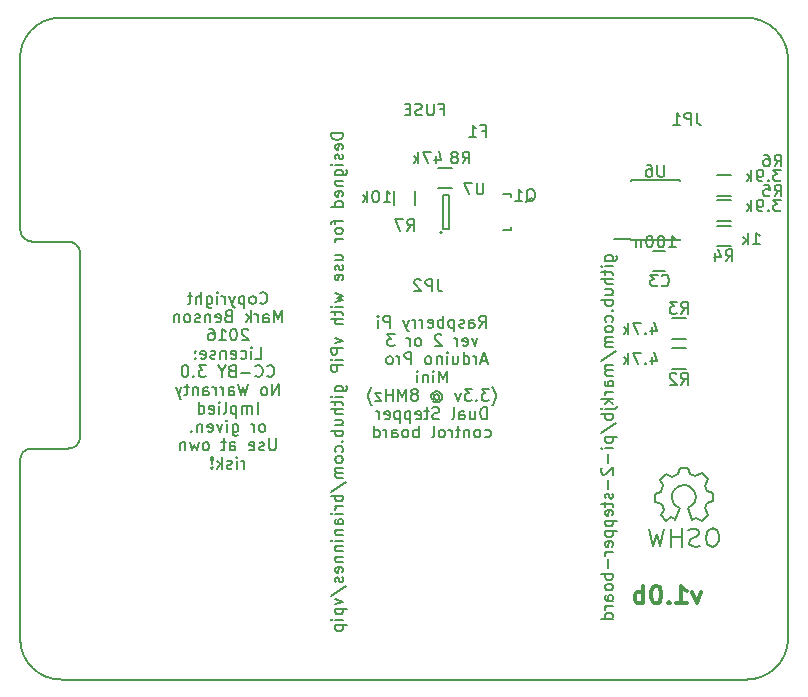
<source format=gbo>
G04 #@! TF.FileFunction,Legend,Bot*
%FSLAX46Y46*%
G04 Gerber Fmt 4.6, Leading zero omitted, Abs format (unit mm)*
G04 Created by KiCad (PCBNEW 4.0.2-stable) date 06/04/2016 21:32:28*
%MOMM*%
G01*
G04 APERTURE LIST*
%ADD10C,0.100000*%
%ADD11C,0.300000*%
%ADD12C,0.150000*%
G04 APERTURE END LIST*
D10*
D11*
X134393428Y-92579071D02*
X134036285Y-93579071D01*
X133679143Y-92579071D01*
X132322000Y-93579071D02*
X133179143Y-93579071D01*
X132750571Y-93579071D02*
X132750571Y-92079071D01*
X132893428Y-92293357D01*
X133036286Y-92436214D01*
X133179143Y-92507643D01*
X131679143Y-93436214D02*
X131607715Y-93507643D01*
X131679143Y-93579071D01*
X131750572Y-93507643D01*
X131679143Y-93436214D01*
X131679143Y-93579071D01*
X130679143Y-92079071D02*
X130536286Y-92079071D01*
X130393429Y-92150500D01*
X130322000Y-92221929D01*
X130250571Y-92364786D01*
X130179143Y-92650500D01*
X130179143Y-93007643D01*
X130250571Y-93293357D01*
X130322000Y-93436214D01*
X130393429Y-93507643D01*
X130536286Y-93579071D01*
X130679143Y-93579071D01*
X130822000Y-93507643D01*
X130893429Y-93436214D01*
X130964857Y-93293357D01*
X131036286Y-93007643D01*
X131036286Y-92650500D01*
X130964857Y-92364786D01*
X130893429Y-92221929D01*
X130822000Y-92150500D01*
X130679143Y-92079071D01*
X129536286Y-93579071D02*
X129536286Y-92079071D01*
X129536286Y-92650500D02*
X129393429Y-92579071D01*
X129107715Y-92579071D01*
X128964858Y-92650500D01*
X128893429Y-92721929D01*
X128822000Y-92864786D01*
X128822000Y-93293357D01*
X128893429Y-93436214D01*
X128964858Y-93507643D01*
X129107715Y-93579071D01*
X129393429Y-93579071D01*
X129536286Y-93507643D01*
D12*
X126277714Y-64573429D02*
X127087238Y-64573429D01*
X127182476Y-64525810D01*
X127230095Y-64478191D01*
X127277714Y-64382952D01*
X127277714Y-64240095D01*
X127230095Y-64144857D01*
X126896762Y-64573429D02*
X126944381Y-64478191D01*
X126944381Y-64287714D01*
X126896762Y-64192476D01*
X126849143Y-64144857D01*
X126753905Y-64097238D01*
X126468190Y-64097238D01*
X126372952Y-64144857D01*
X126325333Y-64192476D01*
X126277714Y-64287714D01*
X126277714Y-64478191D01*
X126325333Y-64573429D01*
X126944381Y-65049619D02*
X126277714Y-65049619D01*
X125944381Y-65049619D02*
X125992000Y-65002000D01*
X126039619Y-65049619D01*
X125992000Y-65097238D01*
X125944381Y-65049619D01*
X126039619Y-65049619D01*
X126277714Y-65382952D02*
X126277714Y-65763904D01*
X125944381Y-65525809D02*
X126801524Y-65525809D01*
X126896762Y-65573428D01*
X126944381Y-65668666D01*
X126944381Y-65763904D01*
X126944381Y-66097238D02*
X125944381Y-66097238D01*
X126944381Y-66525810D02*
X126420571Y-66525810D01*
X126325333Y-66478191D01*
X126277714Y-66382953D01*
X126277714Y-66240095D01*
X126325333Y-66144857D01*
X126372952Y-66097238D01*
X126277714Y-67430572D02*
X126944381Y-67430572D01*
X126277714Y-67002000D02*
X126801524Y-67002000D01*
X126896762Y-67049619D01*
X126944381Y-67144857D01*
X126944381Y-67287715D01*
X126896762Y-67382953D01*
X126849143Y-67430572D01*
X126944381Y-67906762D02*
X125944381Y-67906762D01*
X126325333Y-67906762D02*
X126277714Y-68002000D01*
X126277714Y-68192477D01*
X126325333Y-68287715D01*
X126372952Y-68335334D01*
X126468190Y-68382953D01*
X126753905Y-68382953D01*
X126849143Y-68335334D01*
X126896762Y-68287715D01*
X126944381Y-68192477D01*
X126944381Y-68002000D01*
X126896762Y-67906762D01*
X126849143Y-68811524D02*
X126896762Y-68859143D01*
X126944381Y-68811524D01*
X126896762Y-68763905D01*
X126849143Y-68811524D01*
X126944381Y-68811524D01*
X126896762Y-69716286D02*
X126944381Y-69621048D01*
X126944381Y-69430571D01*
X126896762Y-69335333D01*
X126849143Y-69287714D01*
X126753905Y-69240095D01*
X126468190Y-69240095D01*
X126372952Y-69287714D01*
X126325333Y-69335333D01*
X126277714Y-69430571D01*
X126277714Y-69621048D01*
X126325333Y-69716286D01*
X126944381Y-70287714D02*
X126896762Y-70192476D01*
X126849143Y-70144857D01*
X126753905Y-70097238D01*
X126468190Y-70097238D01*
X126372952Y-70144857D01*
X126325333Y-70192476D01*
X126277714Y-70287714D01*
X126277714Y-70430572D01*
X126325333Y-70525810D01*
X126372952Y-70573429D01*
X126468190Y-70621048D01*
X126753905Y-70621048D01*
X126849143Y-70573429D01*
X126896762Y-70525810D01*
X126944381Y-70430572D01*
X126944381Y-70287714D01*
X126944381Y-71049619D02*
X126277714Y-71049619D01*
X126372952Y-71049619D02*
X126325333Y-71097238D01*
X126277714Y-71192476D01*
X126277714Y-71335334D01*
X126325333Y-71430572D01*
X126420571Y-71478191D01*
X126944381Y-71478191D01*
X126420571Y-71478191D02*
X126325333Y-71525810D01*
X126277714Y-71621048D01*
X126277714Y-71763905D01*
X126325333Y-71859143D01*
X126420571Y-71906762D01*
X126944381Y-71906762D01*
X125896762Y-73097238D02*
X127182476Y-72240095D01*
X126944381Y-73430571D02*
X126277714Y-73430571D01*
X126372952Y-73430571D02*
X126325333Y-73478190D01*
X126277714Y-73573428D01*
X126277714Y-73716286D01*
X126325333Y-73811524D01*
X126420571Y-73859143D01*
X126944381Y-73859143D01*
X126420571Y-73859143D02*
X126325333Y-73906762D01*
X126277714Y-74002000D01*
X126277714Y-74144857D01*
X126325333Y-74240095D01*
X126420571Y-74287714D01*
X126944381Y-74287714D01*
X126944381Y-75192476D02*
X126420571Y-75192476D01*
X126325333Y-75144857D01*
X126277714Y-75049619D01*
X126277714Y-74859142D01*
X126325333Y-74763904D01*
X126896762Y-75192476D02*
X126944381Y-75097238D01*
X126944381Y-74859142D01*
X126896762Y-74763904D01*
X126801524Y-74716285D01*
X126706286Y-74716285D01*
X126611048Y-74763904D01*
X126563429Y-74859142D01*
X126563429Y-75097238D01*
X126515810Y-75192476D01*
X126944381Y-75668666D02*
X126277714Y-75668666D01*
X126468190Y-75668666D02*
X126372952Y-75716285D01*
X126325333Y-75763904D01*
X126277714Y-75859142D01*
X126277714Y-75954381D01*
X126944381Y-76287714D02*
X125944381Y-76287714D01*
X126563429Y-76382952D02*
X126944381Y-76668667D01*
X126277714Y-76668667D02*
X126658667Y-76287714D01*
X126277714Y-77097238D02*
X127134857Y-77097238D01*
X127230095Y-77049619D01*
X127277714Y-76954381D01*
X127277714Y-76906762D01*
X125944381Y-77097238D02*
X125992000Y-77049619D01*
X126039619Y-77097238D01*
X125992000Y-77144857D01*
X125944381Y-77097238D01*
X126039619Y-77097238D01*
X126944381Y-77573428D02*
X125944381Y-77573428D01*
X126325333Y-77573428D02*
X126277714Y-77668666D01*
X126277714Y-77859143D01*
X126325333Y-77954381D01*
X126372952Y-78002000D01*
X126468190Y-78049619D01*
X126753905Y-78049619D01*
X126849143Y-78002000D01*
X126896762Y-77954381D01*
X126944381Y-77859143D01*
X126944381Y-77668666D01*
X126896762Y-77573428D01*
X125896762Y-79192476D02*
X127182476Y-78335333D01*
X126277714Y-79525809D02*
X127277714Y-79525809D01*
X126325333Y-79525809D02*
X126277714Y-79621047D01*
X126277714Y-79811524D01*
X126325333Y-79906762D01*
X126372952Y-79954381D01*
X126468190Y-80002000D01*
X126753905Y-80002000D01*
X126849143Y-79954381D01*
X126896762Y-79906762D01*
X126944381Y-79811524D01*
X126944381Y-79621047D01*
X126896762Y-79525809D01*
X126944381Y-80430571D02*
X126277714Y-80430571D01*
X125944381Y-80430571D02*
X125992000Y-80382952D01*
X126039619Y-80430571D01*
X125992000Y-80478190D01*
X125944381Y-80430571D01*
X126039619Y-80430571D01*
X126563429Y-80906761D02*
X126563429Y-81668666D01*
X126039619Y-82097237D02*
X125992000Y-82144856D01*
X125944381Y-82240094D01*
X125944381Y-82478190D01*
X125992000Y-82573428D01*
X126039619Y-82621047D01*
X126134857Y-82668666D01*
X126230095Y-82668666D01*
X126372952Y-82621047D01*
X126944381Y-82049618D01*
X126944381Y-82668666D01*
X126563429Y-83097237D02*
X126563429Y-83859142D01*
X126896762Y-84287713D02*
X126944381Y-84382951D01*
X126944381Y-84573427D01*
X126896762Y-84668666D01*
X126801524Y-84716285D01*
X126753905Y-84716285D01*
X126658667Y-84668666D01*
X126611048Y-84573427D01*
X126611048Y-84430570D01*
X126563429Y-84335332D01*
X126468190Y-84287713D01*
X126420571Y-84287713D01*
X126325333Y-84335332D01*
X126277714Y-84430570D01*
X126277714Y-84573427D01*
X126325333Y-84668666D01*
X126277714Y-85001999D02*
X126277714Y-85382951D01*
X125944381Y-85144856D02*
X126801524Y-85144856D01*
X126896762Y-85192475D01*
X126944381Y-85287713D01*
X126944381Y-85382951D01*
X126896762Y-86097238D02*
X126944381Y-86002000D01*
X126944381Y-85811523D01*
X126896762Y-85716285D01*
X126801524Y-85668666D01*
X126420571Y-85668666D01*
X126325333Y-85716285D01*
X126277714Y-85811523D01*
X126277714Y-86002000D01*
X126325333Y-86097238D01*
X126420571Y-86144857D01*
X126515810Y-86144857D01*
X126611048Y-85668666D01*
X126277714Y-86573428D02*
X127277714Y-86573428D01*
X126325333Y-86573428D02*
X126277714Y-86668666D01*
X126277714Y-86859143D01*
X126325333Y-86954381D01*
X126372952Y-87002000D01*
X126468190Y-87049619D01*
X126753905Y-87049619D01*
X126849143Y-87002000D01*
X126896762Y-86954381D01*
X126944381Y-86859143D01*
X126944381Y-86668666D01*
X126896762Y-86573428D01*
X126277714Y-87478190D02*
X127277714Y-87478190D01*
X126325333Y-87478190D02*
X126277714Y-87573428D01*
X126277714Y-87763905D01*
X126325333Y-87859143D01*
X126372952Y-87906762D01*
X126468190Y-87954381D01*
X126753905Y-87954381D01*
X126849143Y-87906762D01*
X126896762Y-87859143D01*
X126944381Y-87763905D01*
X126944381Y-87573428D01*
X126896762Y-87478190D01*
X126896762Y-88763905D02*
X126944381Y-88668667D01*
X126944381Y-88478190D01*
X126896762Y-88382952D01*
X126801524Y-88335333D01*
X126420571Y-88335333D01*
X126325333Y-88382952D01*
X126277714Y-88478190D01*
X126277714Y-88668667D01*
X126325333Y-88763905D01*
X126420571Y-88811524D01*
X126515810Y-88811524D01*
X126611048Y-88335333D01*
X126944381Y-89240095D02*
X126277714Y-89240095D01*
X126468190Y-89240095D02*
X126372952Y-89287714D01*
X126325333Y-89335333D01*
X126277714Y-89430571D01*
X126277714Y-89525810D01*
X126563429Y-89859143D02*
X126563429Y-90621048D01*
X126944381Y-91097238D02*
X125944381Y-91097238D01*
X126325333Y-91097238D02*
X126277714Y-91192476D01*
X126277714Y-91382953D01*
X126325333Y-91478191D01*
X126372952Y-91525810D01*
X126468190Y-91573429D01*
X126753905Y-91573429D01*
X126849143Y-91525810D01*
X126896762Y-91478191D01*
X126944381Y-91382953D01*
X126944381Y-91192476D01*
X126896762Y-91097238D01*
X126944381Y-92144857D02*
X126896762Y-92049619D01*
X126849143Y-92002000D01*
X126753905Y-91954381D01*
X126468190Y-91954381D01*
X126372952Y-92002000D01*
X126325333Y-92049619D01*
X126277714Y-92144857D01*
X126277714Y-92287715D01*
X126325333Y-92382953D01*
X126372952Y-92430572D01*
X126468190Y-92478191D01*
X126753905Y-92478191D01*
X126849143Y-92430572D01*
X126896762Y-92382953D01*
X126944381Y-92287715D01*
X126944381Y-92144857D01*
X126944381Y-93335334D02*
X126420571Y-93335334D01*
X126325333Y-93287715D01*
X126277714Y-93192477D01*
X126277714Y-93002000D01*
X126325333Y-92906762D01*
X126896762Y-93335334D02*
X126944381Y-93240096D01*
X126944381Y-93002000D01*
X126896762Y-92906762D01*
X126801524Y-92859143D01*
X126706286Y-92859143D01*
X126611048Y-92906762D01*
X126563429Y-93002000D01*
X126563429Y-93240096D01*
X126515810Y-93335334D01*
X126944381Y-93811524D02*
X126277714Y-93811524D01*
X126468190Y-93811524D02*
X126372952Y-93859143D01*
X126325333Y-93906762D01*
X126277714Y-94002000D01*
X126277714Y-94097239D01*
X126944381Y-94859144D02*
X125944381Y-94859144D01*
X126896762Y-94859144D02*
X126944381Y-94763906D01*
X126944381Y-94573429D01*
X126896762Y-94478191D01*
X126849143Y-94430572D01*
X126753905Y-94382953D01*
X126468190Y-94382953D01*
X126372952Y-94430572D01*
X126325333Y-94478191D01*
X126277714Y-94573429D01*
X126277714Y-94763906D01*
X126325333Y-94859144D01*
X104084381Y-53755380D02*
X103084381Y-53755380D01*
X103084381Y-53993475D01*
X103132000Y-54136333D01*
X103227238Y-54231571D01*
X103322476Y-54279190D01*
X103512952Y-54326809D01*
X103655810Y-54326809D01*
X103846286Y-54279190D01*
X103941524Y-54231571D01*
X104036762Y-54136333D01*
X104084381Y-53993475D01*
X104084381Y-53755380D01*
X104036762Y-55136333D02*
X104084381Y-55041095D01*
X104084381Y-54850618D01*
X104036762Y-54755380D01*
X103941524Y-54707761D01*
X103560571Y-54707761D01*
X103465333Y-54755380D01*
X103417714Y-54850618D01*
X103417714Y-55041095D01*
X103465333Y-55136333D01*
X103560571Y-55183952D01*
X103655810Y-55183952D01*
X103751048Y-54707761D01*
X104036762Y-55564904D02*
X104084381Y-55660142D01*
X104084381Y-55850618D01*
X104036762Y-55945857D01*
X103941524Y-55993476D01*
X103893905Y-55993476D01*
X103798667Y-55945857D01*
X103751048Y-55850618D01*
X103751048Y-55707761D01*
X103703429Y-55612523D01*
X103608190Y-55564904D01*
X103560571Y-55564904D01*
X103465333Y-55612523D01*
X103417714Y-55707761D01*
X103417714Y-55850618D01*
X103465333Y-55945857D01*
X104084381Y-56422047D02*
X103417714Y-56422047D01*
X103084381Y-56422047D02*
X103132000Y-56374428D01*
X103179619Y-56422047D01*
X103132000Y-56469666D01*
X103084381Y-56422047D01*
X103179619Y-56422047D01*
X103417714Y-57326809D02*
X104227238Y-57326809D01*
X104322476Y-57279190D01*
X104370095Y-57231571D01*
X104417714Y-57136332D01*
X104417714Y-56993475D01*
X104370095Y-56898237D01*
X104036762Y-57326809D02*
X104084381Y-57231571D01*
X104084381Y-57041094D01*
X104036762Y-56945856D01*
X103989143Y-56898237D01*
X103893905Y-56850618D01*
X103608190Y-56850618D01*
X103512952Y-56898237D01*
X103465333Y-56945856D01*
X103417714Y-57041094D01*
X103417714Y-57231571D01*
X103465333Y-57326809D01*
X103417714Y-57802999D02*
X104084381Y-57802999D01*
X103512952Y-57802999D02*
X103465333Y-57850618D01*
X103417714Y-57945856D01*
X103417714Y-58088714D01*
X103465333Y-58183952D01*
X103560571Y-58231571D01*
X104084381Y-58231571D01*
X104036762Y-59088714D02*
X104084381Y-58993476D01*
X104084381Y-58802999D01*
X104036762Y-58707761D01*
X103941524Y-58660142D01*
X103560571Y-58660142D01*
X103465333Y-58707761D01*
X103417714Y-58802999D01*
X103417714Y-58993476D01*
X103465333Y-59088714D01*
X103560571Y-59136333D01*
X103655810Y-59136333D01*
X103751048Y-58660142D01*
X104084381Y-59993476D02*
X103084381Y-59993476D01*
X104036762Y-59993476D02*
X104084381Y-59898238D01*
X104084381Y-59707761D01*
X104036762Y-59612523D01*
X103989143Y-59564904D01*
X103893905Y-59517285D01*
X103608190Y-59517285D01*
X103512952Y-59564904D01*
X103465333Y-59612523D01*
X103417714Y-59707761D01*
X103417714Y-59898238D01*
X103465333Y-59993476D01*
X103417714Y-61088714D02*
X103417714Y-61469666D01*
X104084381Y-61231571D02*
X103227238Y-61231571D01*
X103132000Y-61279190D01*
X103084381Y-61374428D01*
X103084381Y-61469666D01*
X104084381Y-61945857D02*
X104036762Y-61850619D01*
X103989143Y-61803000D01*
X103893905Y-61755381D01*
X103608190Y-61755381D01*
X103512952Y-61803000D01*
X103465333Y-61850619D01*
X103417714Y-61945857D01*
X103417714Y-62088715D01*
X103465333Y-62183953D01*
X103512952Y-62231572D01*
X103608190Y-62279191D01*
X103893905Y-62279191D01*
X103989143Y-62231572D01*
X104036762Y-62183953D01*
X104084381Y-62088715D01*
X104084381Y-61945857D01*
X104084381Y-62707762D02*
X103417714Y-62707762D01*
X103608190Y-62707762D02*
X103512952Y-62755381D01*
X103465333Y-62803000D01*
X103417714Y-62898238D01*
X103417714Y-62993477D01*
X103417714Y-64517287D02*
X104084381Y-64517287D01*
X103417714Y-64088715D02*
X103941524Y-64088715D01*
X104036762Y-64136334D01*
X104084381Y-64231572D01*
X104084381Y-64374430D01*
X104036762Y-64469668D01*
X103989143Y-64517287D01*
X104036762Y-64945858D02*
X104084381Y-65041096D01*
X104084381Y-65231572D01*
X104036762Y-65326811D01*
X103941524Y-65374430D01*
X103893905Y-65374430D01*
X103798667Y-65326811D01*
X103751048Y-65231572D01*
X103751048Y-65088715D01*
X103703429Y-64993477D01*
X103608190Y-64945858D01*
X103560571Y-64945858D01*
X103465333Y-64993477D01*
X103417714Y-65088715D01*
X103417714Y-65231572D01*
X103465333Y-65326811D01*
X104036762Y-66183954D02*
X104084381Y-66088716D01*
X104084381Y-65898239D01*
X104036762Y-65803001D01*
X103941524Y-65755382D01*
X103560571Y-65755382D01*
X103465333Y-65803001D01*
X103417714Y-65898239D01*
X103417714Y-66088716D01*
X103465333Y-66183954D01*
X103560571Y-66231573D01*
X103655810Y-66231573D01*
X103751048Y-65755382D01*
X103417714Y-67326811D02*
X104084381Y-67517287D01*
X103608190Y-67707764D01*
X104084381Y-67898240D01*
X103417714Y-68088716D01*
X104084381Y-68469668D02*
X103417714Y-68469668D01*
X103084381Y-68469668D02*
X103132000Y-68422049D01*
X103179619Y-68469668D01*
X103132000Y-68517287D01*
X103084381Y-68469668D01*
X103179619Y-68469668D01*
X103417714Y-68803001D02*
X103417714Y-69183953D01*
X103084381Y-68945858D02*
X103941524Y-68945858D01*
X104036762Y-68993477D01*
X104084381Y-69088715D01*
X104084381Y-69183953D01*
X104084381Y-69517287D02*
X103084381Y-69517287D01*
X104084381Y-69945859D02*
X103560571Y-69945859D01*
X103465333Y-69898240D01*
X103417714Y-69803002D01*
X103417714Y-69660144D01*
X103465333Y-69564906D01*
X103512952Y-69517287D01*
X103417714Y-71088716D02*
X104084381Y-71326811D01*
X103417714Y-71564907D01*
X104084381Y-71945859D02*
X103084381Y-71945859D01*
X103084381Y-72326812D01*
X103132000Y-72422050D01*
X103179619Y-72469669D01*
X103274857Y-72517288D01*
X103417714Y-72517288D01*
X103512952Y-72469669D01*
X103560571Y-72422050D01*
X103608190Y-72326812D01*
X103608190Y-71945859D01*
X104084381Y-72945859D02*
X103417714Y-72945859D01*
X103084381Y-72945859D02*
X103132000Y-72898240D01*
X103179619Y-72945859D01*
X103132000Y-72993478D01*
X103084381Y-72945859D01*
X103179619Y-72945859D01*
X104084381Y-73422049D02*
X103084381Y-73422049D01*
X103084381Y-73803002D01*
X103132000Y-73898240D01*
X103179619Y-73945859D01*
X103274857Y-73993478D01*
X103417714Y-73993478D01*
X103512952Y-73945859D01*
X103560571Y-73898240D01*
X103608190Y-73803002D01*
X103608190Y-73422049D01*
X103417714Y-75612526D02*
X104227238Y-75612526D01*
X104322476Y-75564907D01*
X104370095Y-75517288D01*
X104417714Y-75422049D01*
X104417714Y-75279192D01*
X104370095Y-75183954D01*
X104036762Y-75612526D02*
X104084381Y-75517288D01*
X104084381Y-75326811D01*
X104036762Y-75231573D01*
X103989143Y-75183954D01*
X103893905Y-75136335D01*
X103608190Y-75136335D01*
X103512952Y-75183954D01*
X103465333Y-75231573D01*
X103417714Y-75326811D01*
X103417714Y-75517288D01*
X103465333Y-75612526D01*
X104084381Y-76088716D02*
X103417714Y-76088716D01*
X103084381Y-76088716D02*
X103132000Y-76041097D01*
X103179619Y-76088716D01*
X103132000Y-76136335D01*
X103084381Y-76088716D01*
X103179619Y-76088716D01*
X103417714Y-76422049D02*
X103417714Y-76803001D01*
X103084381Y-76564906D02*
X103941524Y-76564906D01*
X104036762Y-76612525D01*
X104084381Y-76707763D01*
X104084381Y-76803001D01*
X104084381Y-77136335D02*
X103084381Y-77136335D01*
X104084381Y-77564907D02*
X103560571Y-77564907D01*
X103465333Y-77517288D01*
X103417714Y-77422050D01*
X103417714Y-77279192D01*
X103465333Y-77183954D01*
X103512952Y-77136335D01*
X103417714Y-78469669D02*
X104084381Y-78469669D01*
X103417714Y-78041097D02*
X103941524Y-78041097D01*
X104036762Y-78088716D01*
X104084381Y-78183954D01*
X104084381Y-78326812D01*
X104036762Y-78422050D01*
X103989143Y-78469669D01*
X104084381Y-78945859D02*
X103084381Y-78945859D01*
X103465333Y-78945859D02*
X103417714Y-79041097D01*
X103417714Y-79231574D01*
X103465333Y-79326812D01*
X103512952Y-79374431D01*
X103608190Y-79422050D01*
X103893905Y-79422050D01*
X103989143Y-79374431D01*
X104036762Y-79326812D01*
X104084381Y-79231574D01*
X104084381Y-79041097D01*
X104036762Y-78945859D01*
X103989143Y-79850621D02*
X104036762Y-79898240D01*
X104084381Y-79850621D01*
X104036762Y-79803002D01*
X103989143Y-79850621D01*
X104084381Y-79850621D01*
X104036762Y-80755383D02*
X104084381Y-80660145D01*
X104084381Y-80469668D01*
X104036762Y-80374430D01*
X103989143Y-80326811D01*
X103893905Y-80279192D01*
X103608190Y-80279192D01*
X103512952Y-80326811D01*
X103465333Y-80374430D01*
X103417714Y-80469668D01*
X103417714Y-80660145D01*
X103465333Y-80755383D01*
X104084381Y-81326811D02*
X104036762Y-81231573D01*
X103989143Y-81183954D01*
X103893905Y-81136335D01*
X103608190Y-81136335D01*
X103512952Y-81183954D01*
X103465333Y-81231573D01*
X103417714Y-81326811D01*
X103417714Y-81469669D01*
X103465333Y-81564907D01*
X103512952Y-81612526D01*
X103608190Y-81660145D01*
X103893905Y-81660145D01*
X103989143Y-81612526D01*
X104036762Y-81564907D01*
X104084381Y-81469669D01*
X104084381Y-81326811D01*
X104084381Y-82088716D02*
X103417714Y-82088716D01*
X103512952Y-82088716D02*
X103465333Y-82136335D01*
X103417714Y-82231573D01*
X103417714Y-82374431D01*
X103465333Y-82469669D01*
X103560571Y-82517288D01*
X104084381Y-82517288D01*
X103560571Y-82517288D02*
X103465333Y-82564907D01*
X103417714Y-82660145D01*
X103417714Y-82803002D01*
X103465333Y-82898240D01*
X103560571Y-82945859D01*
X104084381Y-82945859D01*
X103036762Y-84136335D02*
X104322476Y-83279192D01*
X104084381Y-84469668D02*
X103084381Y-84469668D01*
X103465333Y-84469668D02*
X103417714Y-84564906D01*
X103417714Y-84755383D01*
X103465333Y-84850621D01*
X103512952Y-84898240D01*
X103608190Y-84945859D01*
X103893905Y-84945859D01*
X103989143Y-84898240D01*
X104036762Y-84850621D01*
X104084381Y-84755383D01*
X104084381Y-84564906D01*
X104036762Y-84469668D01*
X104084381Y-85374430D02*
X103417714Y-85374430D01*
X103608190Y-85374430D02*
X103512952Y-85422049D01*
X103465333Y-85469668D01*
X103417714Y-85564906D01*
X103417714Y-85660145D01*
X104084381Y-85993478D02*
X103417714Y-85993478D01*
X103084381Y-85993478D02*
X103132000Y-85945859D01*
X103179619Y-85993478D01*
X103132000Y-86041097D01*
X103084381Y-85993478D01*
X103179619Y-85993478D01*
X104084381Y-86898240D02*
X103560571Y-86898240D01*
X103465333Y-86850621D01*
X103417714Y-86755383D01*
X103417714Y-86564906D01*
X103465333Y-86469668D01*
X104036762Y-86898240D02*
X104084381Y-86803002D01*
X104084381Y-86564906D01*
X104036762Y-86469668D01*
X103941524Y-86422049D01*
X103846286Y-86422049D01*
X103751048Y-86469668D01*
X103703429Y-86564906D01*
X103703429Y-86803002D01*
X103655810Y-86898240D01*
X103417714Y-87374430D02*
X104084381Y-87374430D01*
X103512952Y-87374430D02*
X103465333Y-87422049D01*
X103417714Y-87517287D01*
X103417714Y-87660145D01*
X103465333Y-87755383D01*
X103560571Y-87803002D01*
X104084381Y-87803002D01*
X104084381Y-88279192D02*
X103417714Y-88279192D01*
X103084381Y-88279192D02*
X103132000Y-88231573D01*
X103179619Y-88279192D01*
X103132000Y-88326811D01*
X103084381Y-88279192D01*
X103179619Y-88279192D01*
X103417714Y-88755382D02*
X104084381Y-88755382D01*
X103512952Y-88755382D02*
X103465333Y-88803001D01*
X103417714Y-88898239D01*
X103417714Y-89041097D01*
X103465333Y-89136335D01*
X103560571Y-89183954D01*
X104084381Y-89183954D01*
X103417714Y-89660144D02*
X104084381Y-89660144D01*
X103512952Y-89660144D02*
X103465333Y-89707763D01*
X103417714Y-89803001D01*
X103417714Y-89945859D01*
X103465333Y-90041097D01*
X103560571Y-90088716D01*
X104084381Y-90088716D01*
X104036762Y-90945859D02*
X104084381Y-90850621D01*
X104084381Y-90660144D01*
X104036762Y-90564906D01*
X103941524Y-90517287D01*
X103560571Y-90517287D01*
X103465333Y-90564906D01*
X103417714Y-90660144D01*
X103417714Y-90850621D01*
X103465333Y-90945859D01*
X103560571Y-90993478D01*
X103655810Y-90993478D01*
X103751048Y-90517287D01*
X104036762Y-91374430D02*
X104084381Y-91469668D01*
X104084381Y-91660144D01*
X104036762Y-91755383D01*
X103941524Y-91803002D01*
X103893905Y-91803002D01*
X103798667Y-91755383D01*
X103751048Y-91660144D01*
X103751048Y-91517287D01*
X103703429Y-91422049D01*
X103608190Y-91374430D01*
X103560571Y-91374430D01*
X103465333Y-91422049D01*
X103417714Y-91517287D01*
X103417714Y-91660144D01*
X103465333Y-91755383D01*
X103036762Y-92945859D02*
X104322476Y-92088716D01*
X103417714Y-93183954D02*
X104084381Y-93422049D01*
X103417714Y-93660145D01*
X103417714Y-94041097D02*
X104417714Y-94041097D01*
X103465333Y-94041097D02*
X103417714Y-94136335D01*
X103417714Y-94326812D01*
X103465333Y-94422050D01*
X103512952Y-94469669D01*
X103608190Y-94517288D01*
X103893905Y-94517288D01*
X103989143Y-94469669D01*
X104036762Y-94422050D01*
X104084381Y-94326812D01*
X104084381Y-94136335D01*
X104036762Y-94041097D01*
X104084381Y-94945859D02*
X103417714Y-94945859D01*
X103084381Y-94945859D02*
X103132000Y-94898240D01*
X103179619Y-94945859D01*
X103132000Y-94993478D01*
X103084381Y-94945859D01*
X103179619Y-94945859D01*
X103417714Y-95422049D02*
X104417714Y-95422049D01*
X103465333Y-95422049D02*
X103417714Y-95517287D01*
X103417714Y-95707764D01*
X103465333Y-95803002D01*
X103512952Y-95850621D01*
X103608190Y-95898240D01*
X103893905Y-95898240D01*
X103989143Y-95850621D01*
X104036762Y-95803002D01*
X104084381Y-95707764D01*
X104084381Y-95517287D01*
X104036762Y-95422049D01*
X97075286Y-68121643D02*
X97122905Y-68169262D01*
X97265762Y-68216881D01*
X97361000Y-68216881D01*
X97503858Y-68169262D01*
X97599096Y-68074024D01*
X97646715Y-67978786D01*
X97694334Y-67788310D01*
X97694334Y-67645452D01*
X97646715Y-67454976D01*
X97599096Y-67359738D01*
X97503858Y-67264500D01*
X97361000Y-67216881D01*
X97265762Y-67216881D01*
X97122905Y-67264500D01*
X97075286Y-67312119D01*
X96503858Y-68216881D02*
X96599096Y-68169262D01*
X96646715Y-68121643D01*
X96694334Y-68026405D01*
X96694334Y-67740690D01*
X96646715Y-67645452D01*
X96599096Y-67597833D01*
X96503858Y-67550214D01*
X96361000Y-67550214D01*
X96265762Y-67597833D01*
X96218143Y-67645452D01*
X96170524Y-67740690D01*
X96170524Y-68026405D01*
X96218143Y-68121643D01*
X96265762Y-68169262D01*
X96361000Y-68216881D01*
X96503858Y-68216881D01*
X95741953Y-67550214D02*
X95741953Y-68550214D01*
X95741953Y-67597833D02*
X95646715Y-67550214D01*
X95456238Y-67550214D01*
X95361000Y-67597833D01*
X95313381Y-67645452D01*
X95265762Y-67740690D01*
X95265762Y-68026405D01*
X95313381Y-68121643D01*
X95361000Y-68169262D01*
X95456238Y-68216881D01*
X95646715Y-68216881D01*
X95741953Y-68169262D01*
X94932429Y-67550214D02*
X94694334Y-68216881D01*
X94456238Y-67550214D02*
X94694334Y-68216881D01*
X94789572Y-68454976D01*
X94837191Y-68502595D01*
X94932429Y-68550214D01*
X94075286Y-68216881D02*
X94075286Y-67550214D01*
X94075286Y-67740690D02*
X94027667Y-67645452D01*
X93980048Y-67597833D01*
X93884810Y-67550214D01*
X93789571Y-67550214D01*
X93456238Y-68216881D02*
X93456238Y-67550214D01*
X93456238Y-67216881D02*
X93503857Y-67264500D01*
X93456238Y-67312119D01*
X93408619Y-67264500D01*
X93456238Y-67216881D01*
X93456238Y-67312119D01*
X92551476Y-67550214D02*
X92551476Y-68359738D01*
X92599095Y-68454976D01*
X92646714Y-68502595D01*
X92741953Y-68550214D01*
X92884810Y-68550214D01*
X92980048Y-68502595D01*
X92551476Y-68169262D02*
X92646714Y-68216881D01*
X92837191Y-68216881D01*
X92932429Y-68169262D01*
X92980048Y-68121643D01*
X93027667Y-68026405D01*
X93027667Y-67740690D01*
X92980048Y-67645452D01*
X92932429Y-67597833D01*
X92837191Y-67550214D01*
X92646714Y-67550214D01*
X92551476Y-67597833D01*
X92075286Y-68216881D02*
X92075286Y-67216881D01*
X91646714Y-68216881D02*
X91646714Y-67693071D01*
X91694333Y-67597833D01*
X91789571Y-67550214D01*
X91932429Y-67550214D01*
X92027667Y-67597833D01*
X92075286Y-67645452D01*
X91313381Y-67550214D02*
X90932429Y-67550214D01*
X91170524Y-67216881D02*
X91170524Y-68074024D01*
X91122905Y-68169262D01*
X91027667Y-68216881D01*
X90932429Y-68216881D01*
X98932429Y-69766881D02*
X98932429Y-68766881D01*
X98599095Y-69481167D01*
X98265762Y-68766881D01*
X98265762Y-69766881D01*
X97361000Y-69766881D02*
X97361000Y-69243071D01*
X97408619Y-69147833D01*
X97503857Y-69100214D01*
X97694334Y-69100214D01*
X97789572Y-69147833D01*
X97361000Y-69719262D02*
X97456238Y-69766881D01*
X97694334Y-69766881D01*
X97789572Y-69719262D01*
X97837191Y-69624024D01*
X97837191Y-69528786D01*
X97789572Y-69433548D01*
X97694334Y-69385929D01*
X97456238Y-69385929D01*
X97361000Y-69338310D01*
X96884810Y-69766881D02*
X96884810Y-69100214D01*
X96884810Y-69290690D02*
X96837191Y-69195452D01*
X96789572Y-69147833D01*
X96694334Y-69100214D01*
X96599095Y-69100214D01*
X96265762Y-69766881D02*
X96265762Y-68766881D01*
X96170524Y-69385929D02*
X95884809Y-69766881D01*
X95884809Y-69100214D02*
X96265762Y-69481167D01*
X94360999Y-69243071D02*
X94218142Y-69290690D01*
X94170523Y-69338310D01*
X94122904Y-69433548D01*
X94122904Y-69576405D01*
X94170523Y-69671643D01*
X94218142Y-69719262D01*
X94313380Y-69766881D01*
X94694333Y-69766881D01*
X94694333Y-68766881D01*
X94360999Y-68766881D01*
X94265761Y-68814500D01*
X94218142Y-68862119D01*
X94170523Y-68957357D01*
X94170523Y-69052595D01*
X94218142Y-69147833D01*
X94265761Y-69195452D01*
X94360999Y-69243071D01*
X94694333Y-69243071D01*
X93313380Y-69719262D02*
X93408618Y-69766881D01*
X93599095Y-69766881D01*
X93694333Y-69719262D01*
X93741952Y-69624024D01*
X93741952Y-69243071D01*
X93694333Y-69147833D01*
X93599095Y-69100214D01*
X93408618Y-69100214D01*
X93313380Y-69147833D01*
X93265761Y-69243071D01*
X93265761Y-69338310D01*
X93741952Y-69433548D01*
X92837190Y-69100214D02*
X92837190Y-69766881D01*
X92837190Y-69195452D02*
X92789571Y-69147833D01*
X92694333Y-69100214D01*
X92551475Y-69100214D01*
X92456237Y-69147833D01*
X92408618Y-69243071D01*
X92408618Y-69766881D01*
X91980047Y-69719262D02*
X91884809Y-69766881D01*
X91694333Y-69766881D01*
X91599094Y-69719262D01*
X91551475Y-69624024D01*
X91551475Y-69576405D01*
X91599094Y-69481167D01*
X91694333Y-69433548D01*
X91837190Y-69433548D01*
X91932428Y-69385929D01*
X91980047Y-69290690D01*
X91980047Y-69243071D01*
X91932428Y-69147833D01*
X91837190Y-69100214D01*
X91694333Y-69100214D01*
X91599094Y-69147833D01*
X90980047Y-69766881D02*
X91075285Y-69719262D01*
X91122904Y-69671643D01*
X91170523Y-69576405D01*
X91170523Y-69290690D01*
X91122904Y-69195452D01*
X91075285Y-69147833D01*
X90980047Y-69100214D01*
X90837189Y-69100214D01*
X90741951Y-69147833D01*
X90694332Y-69195452D01*
X90646713Y-69290690D01*
X90646713Y-69576405D01*
X90694332Y-69671643D01*
X90741951Y-69719262D01*
X90837189Y-69766881D01*
X90980047Y-69766881D01*
X90218142Y-69100214D02*
X90218142Y-69766881D01*
X90218142Y-69195452D02*
X90170523Y-69147833D01*
X90075285Y-69100214D01*
X89932427Y-69100214D01*
X89837189Y-69147833D01*
X89789570Y-69243071D01*
X89789570Y-69766881D01*
X96075286Y-70412119D02*
X96027667Y-70364500D01*
X95932429Y-70316881D01*
X95694333Y-70316881D01*
X95599095Y-70364500D01*
X95551476Y-70412119D01*
X95503857Y-70507357D01*
X95503857Y-70602595D01*
X95551476Y-70745452D01*
X96122905Y-71316881D01*
X95503857Y-71316881D01*
X94884810Y-70316881D02*
X94789571Y-70316881D01*
X94694333Y-70364500D01*
X94646714Y-70412119D01*
X94599095Y-70507357D01*
X94551476Y-70697833D01*
X94551476Y-70935929D01*
X94599095Y-71126405D01*
X94646714Y-71221643D01*
X94694333Y-71269262D01*
X94789571Y-71316881D01*
X94884810Y-71316881D01*
X94980048Y-71269262D01*
X95027667Y-71221643D01*
X95075286Y-71126405D01*
X95122905Y-70935929D01*
X95122905Y-70697833D01*
X95075286Y-70507357D01*
X95027667Y-70412119D01*
X94980048Y-70364500D01*
X94884810Y-70316881D01*
X93599095Y-71316881D02*
X94170524Y-71316881D01*
X93884810Y-71316881D02*
X93884810Y-70316881D01*
X93980048Y-70459738D01*
X94075286Y-70554976D01*
X94170524Y-70602595D01*
X92741952Y-70316881D02*
X92932429Y-70316881D01*
X93027667Y-70364500D01*
X93075286Y-70412119D01*
X93170524Y-70554976D01*
X93218143Y-70745452D01*
X93218143Y-71126405D01*
X93170524Y-71221643D01*
X93122905Y-71269262D01*
X93027667Y-71316881D01*
X92837190Y-71316881D01*
X92741952Y-71269262D01*
X92694333Y-71221643D01*
X92646714Y-71126405D01*
X92646714Y-70888310D01*
X92694333Y-70793071D01*
X92741952Y-70745452D01*
X92837190Y-70697833D01*
X93027667Y-70697833D01*
X93122905Y-70745452D01*
X93170524Y-70793071D01*
X93218143Y-70888310D01*
X96670523Y-72866881D02*
X97146714Y-72866881D01*
X97146714Y-71866881D01*
X96337190Y-72866881D02*
X96337190Y-72200214D01*
X96337190Y-71866881D02*
X96384809Y-71914500D01*
X96337190Y-71962119D01*
X96289571Y-71914500D01*
X96337190Y-71866881D01*
X96337190Y-71962119D01*
X95432428Y-72819262D02*
X95527666Y-72866881D01*
X95718143Y-72866881D01*
X95813381Y-72819262D01*
X95861000Y-72771643D01*
X95908619Y-72676405D01*
X95908619Y-72390690D01*
X95861000Y-72295452D01*
X95813381Y-72247833D01*
X95718143Y-72200214D01*
X95527666Y-72200214D01*
X95432428Y-72247833D01*
X94622904Y-72819262D02*
X94718142Y-72866881D01*
X94908619Y-72866881D01*
X95003857Y-72819262D01*
X95051476Y-72724024D01*
X95051476Y-72343071D01*
X95003857Y-72247833D01*
X94908619Y-72200214D01*
X94718142Y-72200214D01*
X94622904Y-72247833D01*
X94575285Y-72343071D01*
X94575285Y-72438310D01*
X95051476Y-72533548D01*
X94146714Y-72200214D02*
X94146714Y-72866881D01*
X94146714Y-72295452D02*
X94099095Y-72247833D01*
X94003857Y-72200214D01*
X93860999Y-72200214D01*
X93765761Y-72247833D01*
X93718142Y-72343071D01*
X93718142Y-72866881D01*
X93289571Y-72819262D02*
X93194333Y-72866881D01*
X93003857Y-72866881D01*
X92908618Y-72819262D01*
X92860999Y-72724024D01*
X92860999Y-72676405D01*
X92908618Y-72581167D01*
X93003857Y-72533548D01*
X93146714Y-72533548D01*
X93241952Y-72485929D01*
X93289571Y-72390690D01*
X93289571Y-72343071D01*
X93241952Y-72247833D01*
X93146714Y-72200214D01*
X93003857Y-72200214D01*
X92908618Y-72247833D01*
X92051475Y-72819262D02*
X92146713Y-72866881D01*
X92337190Y-72866881D01*
X92432428Y-72819262D01*
X92480047Y-72724024D01*
X92480047Y-72343071D01*
X92432428Y-72247833D01*
X92337190Y-72200214D01*
X92146713Y-72200214D01*
X92051475Y-72247833D01*
X92003856Y-72343071D01*
X92003856Y-72438310D01*
X92480047Y-72533548D01*
X91575285Y-72771643D02*
X91527666Y-72819262D01*
X91575285Y-72866881D01*
X91622904Y-72819262D01*
X91575285Y-72771643D01*
X91575285Y-72866881D01*
X91575285Y-72247833D02*
X91527666Y-72295452D01*
X91575285Y-72343071D01*
X91622904Y-72295452D01*
X91575285Y-72247833D01*
X91575285Y-72343071D01*
X97670523Y-74321643D02*
X97718142Y-74369262D01*
X97860999Y-74416881D01*
X97956237Y-74416881D01*
X98099095Y-74369262D01*
X98194333Y-74274024D01*
X98241952Y-74178786D01*
X98289571Y-73988310D01*
X98289571Y-73845452D01*
X98241952Y-73654976D01*
X98194333Y-73559738D01*
X98099095Y-73464500D01*
X97956237Y-73416881D01*
X97860999Y-73416881D01*
X97718142Y-73464500D01*
X97670523Y-73512119D01*
X96670523Y-74321643D02*
X96718142Y-74369262D01*
X96860999Y-74416881D01*
X96956237Y-74416881D01*
X97099095Y-74369262D01*
X97194333Y-74274024D01*
X97241952Y-74178786D01*
X97289571Y-73988310D01*
X97289571Y-73845452D01*
X97241952Y-73654976D01*
X97194333Y-73559738D01*
X97099095Y-73464500D01*
X96956237Y-73416881D01*
X96860999Y-73416881D01*
X96718142Y-73464500D01*
X96670523Y-73512119D01*
X96241952Y-74035929D02*
X95480047Y-74035929D01*
X94670523Y-73893071D02*
X94527666Y-73940690D01*
X94480047Y-73988310D01*
X94432428Y-74083548D01*
X94432428Y-74226405D01*
X94480047Y-74321643D01*
X94527666Y-74369262D01*
X94622904Y-74416881D01*
X95003857Y-74416881D01*
X95003857Y-73416881D01*
X94670523Y-73416881D01*
X94575285Y-73464500D01*
X94527666Y-73512119D01*
X94480047Y-73607357D01*
X94480047Y-73702595D01*
X94527666Y-73797833D01*
X94575285Y-73845452D01*
X94670523Y-73893071D01*
X95003857Y-73893071D01*
X93813381Y-73940690D02*
X93813381Y-74416881D01*
X94146714Y-73416881D02*
X93813381Y-73940690D01*
X93480047Y-73416881D01*
X92480047Y-73416881D02*
X91860999Y-73416881D01*
X92194333Y-73797833D01*
X92051475Y-73797833D01*
X91956237Y-73845452D01*
X91908618Y-73893071D01*
X91860999Y-73988310D01*
X91860999Y-74226405D01*
X91908618Y-74321643D01*
X91956237Y-74369262D01*
X92051475Y-74416881D01*
X92337190Y-74416881D01*
X92432428Y-74369262D01*
X92480047Y-74321643D01*
X91432428Y-74321643D02*
X91384809Y-74369262D01*
X91432428Y-74416881D01*
X91480047Y-74369262D01*
X91432428Y-74321643D01*
X91432428Y-74416881D01*
X90765762Y-73416881D02*
X90670523Y-73416881D01*
X90575285Y-73464500D01*
X90527666Y-73512119D01*
X90480047Y-73607357D01*
X90432428Y-73797833D01*
X90432428Y-74035929D01*
X90480047Y-74226405D01*
X90527666Y-74321643D01*
X90575285Y-74369262D01*
X90670523Y-74416881D01*
X90765762Y-74416881D01*
X90861000Y-74369262D01*
X90908619Y-74321643D01*
X90956238Y-74226405D01*
X91003857Y-74035929D01*
X91003857Y-73797833D01*
X90956238Y-73607357D01*
X90908619Y-73512119D01*
X90861000Y-73464500D01*
X90765762Y-73416881D01*
X98694334Y-75966881D02*
X98694334Y-74966881D01*
X98122905Y-75966881D01*
X98122905Y-74966881D01*
X97503858Y-75966881D02*
X97599096Y-75919262D01*
X97646715Y-75871643D01*
X97694334Y-75776405D01*
X97694334Y-75490690D01*
X97646715Y-75395452D01*
X97599096Y-75347833D01*
X97503858Y-75300214D01*
X97361000Y-75300214D01*
X97265762Y-75347833D01*
X97218143Y-75395452D01*
X97170524Y-75490690D01*
X97170524Y-75776405D01*
X97218143Y-75871643D01*
X97265762Y-75919262D01*
X97361000Y-75966881D01*
X97503858Y-75966881D01*
X96075286Y-74966881D02*
X95837191Y-75966881D01*
X95646714Y-75252595D01*
X95456238Y-75966881D01*
X95218143Y-74966881D01*
X94408619Y-75966881D02*
X94408619Y-75443071D01*
X94456238Y-75347833D01*
X94551476Y-75300214D01*
X94741953Y-75300214D01*
X94837191Y-75347833D01*
X94408619Y-75919262D02*
X94503857Y-75966881D01*
X94741953Y-75966881D01*
X94837191Y-75919262D01*
X94884810Y-75824024D01*
X94884810Y-75728786D01*
X94837191Y-75633548D01*
X94741953Y-75585929D01*
X94503857Y-75585929D01*
X94408619Y-75538310D01*
X93932429Y-75966881D02*
X93932429Y-75300214D01*
X93932429Y-75490690D02*
X93884810Y-75395452D01*
X93837191Y-75347833D01*
X93741953Y-75300214D01*
X93646714Y-75300214D01*
X93313381Y-75966881D02*
X93313381Y-75300214D01*
X93313381Y-75490690D02*
X93265762Y-75395452D01*
X93218143Y-75347833D01*
X93122905Y-75300214D01*
X93027666Y-75300214D01*
X92265761Y-75966881D02*
X92265761Y-75443071D01*
X92313380Y-75347833D01*
X92408618Y-75300214D01*
X92599095Y-75300214D01*
X92694333Y-75347833D01*
X92265761Y-75919262D02*
X92360999Y-75966881D01*
X92599095Y-75966881D01*
X92694333Y-75919262D01*
X92741952Y-75824024D01*
X92741952Y-75728786D01*
X92694333Y-75633548D01*
X92599095Y-75585929D01*
X92360999Y-75585929D01*
X92265761Y-75538310D01*
X91789571Y-75300214D02*
X91789571Y-75966881D01*
X91789571Y-75395452D02*
X91741952Y-75347833D01*
X91646714Y-75300214D01*
X91503856Y-75300214D01*
X91408618Y-75347833D01*
X91360999Y-75443071D01*
X91360999Y-75966881D01*
X91027666Y-75300214D02*
X90646714Y-75300214D01*
X90884809Y-74966881D02*
X90884809Y-75824024D01*
X90837190Y-75919262D01*
X90741952Y-75966881D01*
X90646714Y-75966881D01*
X90408618Y-75300214D02*
X90170523Y-75966881D01*
X89932427Y-75300214D02*
X90170523Y-75966881D01*
X90265761Y-76204976D01*
X90313380Y-76252595D01*
X90408618Y-76300214D01*
X96861000Y-77516881D02*
X96861000Y-76516881D01*
X96384810Y-77516881D02*
X96384810Y-76850214D01*
X96384810Y-76945452D02*
X96337191Y-76897833D01*
X96241953Y-76850214D01*
X96099095Y-76850214D01*
X96003857Y-76897833D01*
X95956238Y-76993071D01*
X95956238Y-77516881D01*
X95956238Y-76993071D02*
X95908619Y-76897833D01*
X95813381Y-76850214D01*
X95670524Y-76850214D01*
X95575286Y-76897833D01*
X95527667Y-76993071D01*
X95527667Y-77516881D01*
X95051477Y-76850214D02*
X95051477Y-77850214D01*
X95051477Y-76897833D02*
X94956239Y-76850214D01*
X94765762Y-76850214D01*
X94670524Y-76897833D01*
X94622905Y-76945452D01*
X94575286Y-77040690D01*
X94575286Y-77326405D01*
X94622905Y-77421643D01*
X94670524Y-77469262D01*
X94765762Y-77516881D01*
X94956239Y-77516881D01*
X95051477Y-77469262D01*
X94003858Y-77516881D02*
X94099096Y-77469262D01*
X94146715Y-77374024D01*
X94146715Y-76516881D01*
X93622905Y-77516881D02*
X93622905Y-76850214D01*
X93622905Y-76516881D02*
X93670524Y-76564500D01*
X93622905Y-76612119D01*
X93575286Y-76564500D01*
X93622905Y-76516881D01*
X93622905Y-76612119D01*
X92765762Y-77469262D02*
X92861000Y-77516881D01*
X93051477Y-77516881D01*
X93146715Y-77469262D01*
X93194334Y-77374024D01*
X93194334Y-76993071D01*
X93146715Y-76897833D01*
X93051477Y-76850214D01*
X92861000Y-76850214D01*
X92765762Y-76897833D01*
X92718143Y-76993071D01*
X92718143Y-77088310D01*
X93194334Y-77183548D01*
X91861000Y-77516881D02*
X91861000Y-76516881D01*
X91861000Y-77469262D02*
X91956238Y-77516881D01*
X92146715Y-77516881D01*
X92241953Y-77469262D01*
X92289572Y-77421643D01*
X92337191Y-77326405D01*
X92337191Y-77040690D01*
X92289572Y-76945452D01*
X92241953Y-76897833D01*
X92146715Y-76850214D01*
X91956238Y-76850214D01*
X91861000Y-76897833D01*
X97313381Y-79066881D02*
X97408619Y-79019262D01*
X97456238Y-78971643D01*
X97503857Y-78876405D01*
X97503857Y-78590690D01*
X97456238Y-78495452D01*
X97408619Y-78447833D01*
X97313381Y-78400214D01*
X97170523Y-78400214D01*
X97075285Y-78447833D01*
X97027666Y-78495452D01*
X96980047Y-78590690D01*
X96980047Y-78876405D01*
X97027666Y-78971643D01*
X97075285Y-79019262D01*
X97170523Y-79066881D01*
X97313381Y-79066881D01*
X96551476Y-79066881D02*
X96551476Y-78400214D01*
X96551476Y-78590690D02*
X96503857Y-78495452D01*
X96456238Y-78447833D01*
X96361000Y-78400214D01*
X96265761Y-78400214D01*
X94741951Y-78400214D02*
X94741951Y-79209738D01*
X94789570Y-79304976D01*
X94837189Y-79352595D01*
X94932428Y-79400214D01*
X95075285Y-79400214D01*
X95170523Y-79352595D01*
X94741951Y-79019262D02*
X94837189Y-79066881D01*
X95027666Y-79066881D01*
X95122904Y-79019262D01*
X95170523Y-78971643D01*
X95218142Y-78876405D01*
X95218142Y-78590690D01*
X95170523Y-78495452D01*
X95122904Y-78447833D01*
X95027666Y-78400214D01*
X94837189Y-78400214D01*
X94741951Y-78447833D01*
X94265761Y-79066881D02*
X94265761Y-78400214D01*
X94265761Y-78066881D02*
X94313380Y-78114500D01*
X94265761Y-78162119D01*
X94218142Y-78114500D01*
X94265761Y-78066881D01*
X94265761Y-78162119D01*
X93884809Y-78400214D02*
X93646714Y-79066881D01*
X93408618Y-78400214D01*
X92646713Y-79019262D02*
X92741951Y-79066881D01*
X92932428Y-79066881D01*
X93027666Y-79019262D01*
X93075285Y-78924024D01*
X93075285Y-78543071D01*
X93027666Y-78447833D01*
X92932428Y-78400214D01*
X92741951Y-78400214D01*
X92646713Y-78447833D01*
X92599094Y-78543071D01*
X92599094Y-78638310D01*
X93075285Y-78733548D01*
X92170523Y-78400214D02*
X92170523Y-79066881D01*
X92170523Y-78495452D02*
X92122904Y-78447833D01*
X92027666Y-78400214D01*
X91884808Y-78400214D01*
X91789570Y-78447833D01*
X91741951Y-78543071D01*
X91741951Y-79066881D01*
X91265761Y-78971643D02*
X91218142Y-79019262D01*
X91265761Y-79066881D01*
X91313380Y-79019262D01*
X91265761Y-78971643D01*
X91265761Y-79066881D01*
X98408620Y-79616881D02*
X98408620Y-80426405D01*
X98361001Y-80521643D01*
X98313382Y-80569262D01*
X98218144Y-80616881D01*
X98027667Y-80616881D01*
X97932429Y-80569262D01*
X97884810Y-80521643D01*
X97837191Y-80426405D01*
X97837191Y-79616881D01*
X97408620Y-80569262D02*
X97313382Y-80616881D01*
X97122906Y-80616881D01*
X97027667Y-80569262D01*
X96980048Y-80474024D01*
X96980048Y-80426405D01*
X97027667Y-80331167D01*
X97122906Y-80283548D01*
X97265763Y-80283548D01*
X97361001Y-80235929D01*
X97408620Y-80140690D01*
X97408620Y-80093071D01*
X97361001Y-79997833D01*
X97265763Y-79950214D01*
X97122906Y-79950214D01*
X97027667Y-79997833D01*
X96170524Y-80569262D02*
X96265762Y-80616881D01*
X96456239Y-80616881D01*
X96551477Y-80569262D01*
X96599096Y-80474024D01*
X96599096Y-80093071D01*
X96551477Y-79997833D01*
X96456239Y-79950214D01*
X96265762Y-79950214D01*
X96170524Y-79997833D01*
X96122905Y-80093071D01*
X96122905Y-80188310D01*
X96599096Y-80283548D01*
X94503857Y-80616881D02*
X94503857Y-80093071D01*
X94551476Y-79997833D01*
X94646714Y-79950214D01*
X94837191Y-79950214D01*
X94932429Y-79997833D01*
X94503857Y-80569262D02*
X94599095Y-80616881D01*
X94837191Y-80616881D01*
X94932429Y-80569262D01*
X94980048Y-80474024D01*
X94980048Y-80378786D01*
X94932429Y-80283548D01*
X94837191Y-80235929D01*
X94599095Y-80235929D01*
X94503857Y-80188310D01*
X94170524Y-79950214D02*
X93789572Y-79950214D01*
X94027667Y-79616881D02*
X94027667Y-80474024D01*
X93980048Y-80569262D01*
X93884810Y-80616881D01*
X93789572Y-80616881D01*
X92551476Y-80616881D02*
X92646714Y-80569262D01*
X92694333Y-80521643D01*
X92741952Y-80426405D01*
X92741952Y-80140690D01*
X92694333Y-80045452D01*
X92646714Y-79997833D01*
X92551476Y-79950214D01*
X92408618Y-79950214D01*
X92313380Y-79997833D01*
X92265761Y-80045452D01*
X92218142Y-80140690D01*
X92218142Y-80426405D01*
X92265761Y-80521643D01*
X92313380Y-80569262D01*
X92408618Y-80616881D01*
X92551476Y-80616881D01*
X91884809Y-79950214D02*
X91694333Y-80616881D01*
X91503856Y-80140690D01*
X91313380Y-80616881D01*
X91122904Y-79950214D01*
X90741952Y-79950214D02*
X90741952Y-80616881D01*
X90741952Y-80045452D02*
X90694333Y-79997833D01*
X90599095Y-79950214D01*
X90456237Y-79950214D01*
X90360999Y-79997833D01*
X90313380Y-80093071D01*
X90313380Y-80616881D01*
X95718143Y-82166881D02*
X95718143Y-81500214D01*
X95718143Y-81690690D02*
X95670524Y-81595452D01*
X95622905Y-81547833D01*
X95527667Y-81500214D01*
X95432428Y-81500214D01*
X95099095Y-82166881D02*
X95099095Y-81500214D01*
X95099095Y-81166881D02*
X95146714Y-81214500D01*
X95099095Y-81262119D01*
X95051476Y-81214500D01*
X95099095Y-81166881D01*
X95099095Y-81262119D01*
X94670524Y-82119262D02*
X94575286Y-82166881D01*
X94384810Y-82166881D01*
X94289571Y-82119262D01*
X94241952Y-82024024D01*
X94241952Y-81976405D01*
X94289571Y-81881167D01*
X94384810Y-81833548D01*
X94527667Y-81833548D01*
X94622905Y-81785929D01*
X94670524Y-81690690D01*
X94670524Y-81643071D01*
X94622905Y-81547833D01*
X94527667Y-81500214D01*
X94384810Y-81500214D01*
X94289571Y-81547833D01*
X93813381Y-82166881D02*
X93813381Y-81166881D01*
X93718143Y-81785929D02*
X93432428Y-82166881D01*
X93432428Y-81500214D02*
X93813381Y-81881167D01*
X93003857Y-82071643D02*
X92956238Y-82119262D01*
X93003857Y-82166881D01*
X93051476Y-82119262D01*
X93003857Y-82071643D01*
X93003857Y-82166881D01*
X93003857Y-81785929D02*
X93051476Y-81214500D01*
X93003857Y-81166881D01*
X92956238Y-81214500D01*
X93003857Y-81785929D01*
X93003857Y-81166881D01*
X115633000Y-70224381D02*
X115966334Y-69748190D01*
X116204429Y-70224381D02*
X116204429Y-69224381D01*
X115823476Y-69224381D01*
X115728238Y-69272000D01*
X115680619Y-69319619D01*
X115633000Y-69414857D01*
X115633000Y-69557714D01*
X115680619Y-69652952D01*
X115728238Y-69700571D01*
X115823476Y-69748190D01*
X116204429Y-69748190D01*
X114775857Y-70224381D02*
X114775857Y-69700571D01*
X114823476Y-69605333D01*
X114918714Y-69557714D01*
X115109191Y-69557714D01*
X115204429Y-69605333D01*
X114775857Y-70176762D02*
X114871095Y-70224381D01*
X115109191Y-70224381D01*
X115204429Y-70176762D01*
X115252048Y-70081524D01*
X115252048Y-69986286D01*
X115204429Y-69891048D01*
X115109191Y-69843429D01*
X114871095Y-69843429D01*
X114775857Y-69795810D01*
X114347286Y-70176762D02*
X114252048Y-70224381D01*
X114061572Y-70224381D01*
X113966333Y-70176762D01*
X113918714Y-70081524D01*
X113918714Y-70033905D01*
X113966333Y-69938667D01*
X114061572Y-69891048D01*
X114204429Y-69891048D01*
X114299667Y-69843429D01*
X114347286Y-69748190D01*
X114347286Y-69700571D01*
X114299667Y-69605333D01*
X114204429Y-69557714D01*
X114061572Y-69557714D01*
X113966333Y-69605333D01*
X113490143Y-69557714D02*
X113490143Y-70557714D01*
X113490143Y-69605333D02*
X113394905Y-69557714D01*
X113204428Y-69557714D01*
X113109190Y-69605333D01*
X113061571Y-69652952D01*
X113013952Y-69748190D01*
X113013952Y-70033905D01*
X113061571Y-70129143D01*
X113109190Y-70176762D01*
X113204428Y-70224381D01*
X113394905Y-70224381D01*
X113490143Y-70176762D01*
X112585381Y-70224381D02*
X112585381Y-69224381D01*
X112585381Y-69605333D02*
X112490143Y-69557714D01*
X112299666Y-69557714D01*
X112204428Y-69605333D01*
X112156809Y-69652952D01*
X112109190Y-69748190D01*
X112109190Y-70033905D01*
X112156809Y-70129143D01*
X112204428Y-70176762D01*
X112299666Y-70224381D01*
X112490143Y-70224381D01*
X112585381Y-70176762D01*
X111299666Y-70176762D02*
X111394904Y-70224381D01*
X111585381Y-70224381D01*
X111680619Y-70176762D01*
X111728238Y-70081524D01*
X111728238Y-69700571D01*
X111680619Y-69605333D01*
X111585381Y-69557714D01*
X111394904Y-69557714D01*
X111299666Y-69605333D01*
X111252047Y-69700571D01*
X111252047Y-69795810D01*
X111728238Y-69891048D01*
X110823476Y-70224381D02*
X110823476Y-69557714D01*
X110823476Y-69748190D02*
X110775857Y-69652952D01*
X110728238Y-69605333D01*
X110633000Y-69557714D01*
X110537761Y-69557714D01*
X110204428Y-70224381D02*
X110204428Y-69557714D01*
X110204428Y-69748190D02*
X110156809Y-69652952D01*
X110109190Y-69605333D01*
X110013952Y-69557714D01*
X109918713Y-69557714D01*
X109680618Y-69557714D02*
X109442523Y-70224381D01*
X109204427Y-69557714D02*
X109442523Y-70224381D01*
X109537761Y-70462476D01*
X109585380Y-70510095D01*
X109680618Y-70557714D01*
X108061570Y-70224381D02*
X108061570Y-69224381D01*
X107680617Y-69224381D01*
X107585379Y-69272000D01*
X107537760Y-69319619D01*
X107490141Y-69414857D01*
X107490141Y-69557714D01*
X107537760Y-69652952D01*
X107585379Y-69700571D01*
X107680617Y-69748190D01*
X108061570Y-69748190D01*
X107061570Y-70224381D02*
X107061570Y-69557714D01*
X107061570Y-69224381D02*
X107109189Y-69272000D01*
X107061570Y-69319619D01*
X107013951Y-69272000D01*
X107061570Y-69224381D01*
X107061570Y-69319619D01*
X115466334Y-71107714D02*
X115228239Y-71774381D01*
X114990143Y-71107714D01*
X114228238Y-71726762D02*
X114323476Y-71774381D01*
X114513953Y-71774381D01*
X114609191Y-71726762D01*
X114656810Y-71631524D01*
X114656810Y-71250571D01*
X114609191Y-71155333D01*
X114513953Y-71107714D01*
X114323476Y-71107714D01*
X114228238Y-71155333D01*
X114180619Y-71250571D01*
X114180619Y-71345810D01*
X114656810Y-71441048D01*
X113752048Y-71774381D02*
X113752048Y-71107714D01*
X113752048Y-71298190D02*
X113704429Y-71202952D01*
X113656810Y-71155333D01*
X113561572Y-71107714D01*
X113466333Y-71107714D01*
X112418714Y-70869619D02*
X112371095Y-70822000D01*
X112275857Y-70774381D01*
X112037761Y-70774381D01*
X111942523Y-70822000D01*
X111894904Y-70869619D01*
X111847285Y-70964857D01*
X111847285Y-71060095D01*
X111894904Y-71202952D01*
X112466333Y-71774381D01*
X111847285Y-71774381D01*
X110513952Y-71774381D02*
X110609190Y-71726762D01*
X110656809Y-71679143D01*
X110704428Y-71583905D01*
X110704428Y-71298190D01*
X110656809Y-71202952D01*
X110609190Y-71155333D01*
X110513952Y-71107714D01*
X110371094Y-71107714D01*
X110275856Y-71155333D01*
X110228237Y-71202952D01*
X110180618Y-71298190D01*
X110180618Y-71583905D01*
X110228237Y-71679143D01*
X110275856Y-71726762D01*
X110371094Y-71774381D01*
X110513952Y-71774381D01*
X109752047Y-71774381D02*
X109752047Y-71107714D01*
X109752047Y-71298190D02*
X109704428Y-71202952D01*
X109656809Y-71155333D01*
X109561571Y-71107714D01*
X109466332Y-71107714D01*
X108466332Y-70774381D02*
X107847284Y-70774381D01*
X108180618Y-71155333D01*
X108037760Y-71155333D01*
X107942522Y-71202952D01*
X107894903Y-71250571D01*
X107847284Y-71345810D01*
X107847284Y-71583905D01*
X107894903Y-71679143D01*
X107942522Y-71726762D01*
X108037760Y-71774381D01*
X108323475Y-71774381D01*
X108418713Y-71726762D01*
X108466332Y-71679143D01*
X116252048Y-73038667D02*
X115775857Y-73038667D01*
X116347286Y-73324381D02*
X116013953Y-72324381D01*
X115680619Y-73324381D01*
X115347286Y-73324381D02*
X115347286Y-72657714D01*
X115347286Y-72848190D02*
X115299667Y-72752952D01*
X115252048Y-72705333D01*
X115156810Y-72657714D01*
X115061571Y-72657714D01*
X114299666Y-73324381D02*
X114299666Y-72324381D01*
X114299666Y-73276762D02*
X114394904Y-73324381D01*
X114585381Y-73324381D01*
X114680619Y-73276762D01*
X114728238Y-73229143D01*
X114775857Y-73133905D01*
X114775857Y-72848190D01*
X114728238Y-72752952D01*
X114680619Y-72705333D01*
X114585381Y-72657714D01*
X114394904Y-72657714D01*
X114299666Y-72705333D01*
X113394904Y-72657714D02*
X113394904Y-73324381D01*
X113823476Y-72657714D02*
X113823476Y-73181524D01*
X113775857Y-73276762D01*
X113680619Y-73324381D01*
X113537761Y-73324381D01*
X113442523Y-73276762D01*
X113394904Y-73229143D01*
X112918714Y-73324381D02*
X112918714Y-72657714D01*
X112918714Y-72324381D02*
X112966333Y-72372000D01*
X112918714Y-72419619D01*
X112871095Y-72372000D01*
X112918714Y-72324381D01*
X112918714Y-72419619D01*
X112442524Y-72657714D02*
X112442524Y-73324381D01*
X112442524Y-72752952D02*
X112394905Y-72705333D01*
X112299667Y-72657714D01*
X112156809Y-72657714D01*
X112061571Y-72705333D01*
X112013952Y-72800571D01*
X112013952Y-73324381D01*
X111394905Y-73324381D02*
X111490143Y-73276762D01*
X111537762Y-73229143D01*
X111585381Y-73133905D01*
X111585381Y-72848190D01*
X111537762Y-72752952D01*
X111490143Y-72705333D01*
X111394905Y-72657714D01*
X111252047Y-72657714D01*
X111156809Y-72705333D01*
X111109190Y-72752952D01*
X111061571Y-72848190D01*
X111061571Y-73133905D01*
X111109190Y-73229143D01*
X111156809Y-73276762D01*
X111252047Y-73324381D01*
X111394905Y-73324381D01*
X109871095Y-73324381D02*
X109871095Y-72324381D01*
X109490142Y-72324381D01*
X109394904Y-72372000D01*
X109347285Y-72419619D01*
X109299666Y-72514857D01*
X109299666Y-72657714D01*
X109347285Y-72752952D01*
X109394904Y-72800571D01*
X109490142Y-72848190D01*
X109871095Y-72848190D01*
X108871095Y-73324381D02*
X108871095Y-72657714D01*
X108871095Y-72848190D02*
X108823476Y-72752952D01*
X108775857Y-72705333D01*
X108680619Y-72657714D01*
X108585380Y-72657714D01*
X108109190Y-73324381D02*
X108204428Y-73276762D01*
X108252047Y-73229143D01*
X108299666Y-73133905D01*
X108299666Y-72848190D01*
X108252047Y-72752952D01*
X108204428Y-72705333D01*
X108109190Y-72657714D01*
X107966332Y-72657714D01*
X107871094Y-72705333D01*
X107823475Y-72752952D01*
X107775856Y-72848190D01*
X107775856Y-73133905D01*
X107823475Y-73229143D01*
X107871094Y-73276762D01*
X107966332Y-73324381D01*
X108109190Y-73324381D01*
X112894904Y-74874381D02*
X112894904Y-73874381D01*
X112561570Y-74588667D01*
X112228237Y-73874381D01*
X112228237Y-74874381D01*
X111752047Y-74874381D02*
X111752047Y-74207714D01*
X111752047Y-73874381D02*
X111799666Y-73922000D01*
X111752047Y-73969619D01*
X111704428Y-73922000D01*
X111752047Y-73874381D01*
X111752047Y-73969619D01*
X111275857Y-74207714D02*
X111275857Y-74874381D01*
X111275857Y-74302952D02*
X111228238Y-74255333D01*
X111133000Y-74207714D01*
X110990142Y-74207714D01*
X110894904Y-74255333D01*
X110847285Y-74350571D01*
X110847285Y-74874381D01*
X110371095Y-74874381D02*
X110371095Y-74207714D01*
X110371095Y-73874381D02*
X110418714Y-73922000D01*
X110371095Y-73969619D01*
X110323476Y-73922000D01*
X110371095Y-73874381D01*
X110371095Y-73969619D01*
X116728238Y-76805333D02*
X116775858Y-76757714D01*
X116871096Y-76614857D01*
X116918715Y-76519619D01*
X116966334Y-76376762D01*
X117013953Y-76138667D01*
X117013953Y-75948190D01*
X116966334Y-75710095D01*
X116918715Y-75567238D01*
X116871096Y-75472000D01*
X116775858Y-75329143D01*
X116728238Y-75281524D01*
X116442524Y-75424381D02*
X115823476Y-75424381D01*
X116156810Y-75805333D01*
X116013952Y-75805333D01*
X115918714Y-75852952D01*
X115871095Y-75900571D01*
X115823476Y-75995810D01*
X115823476Y-76233905D01*
X115871095Y-76329143D01*
X115918714Y-76376762D01*
X116013952Y-76424381D01*
X116299667Y-76424381D01*
X116394905Y-76376762D01*
X116442524Y-76329143D01*
X115394905Y-76329143D02*
X115347286Y-76376762D01*
X115394905Y-76424381D01*
X115442524Y-76376762D01*
X115394905Y-76329143D01*
X115394905Y-76424381D01*
X115013953Y-75424381D02*
X114394905Y-75424381D01*
X114728239Y-75805333D01*
X114585381Y-75805333D01*
X114490143Y-75852952D01*
X114442524Y-75900571D01*
X114394905Y-75995810D01*
X114394905Y-76233905D01*
X114442524Y-76329143D01*
X114490143Y-76376762D01*
X114585381Y-76424381D01*
X114871096Y-76424381D01*
X114966334Y-76376762D01*
X115013953Y-76329143D01*
X114061572Y-75757714D02*
X113823477Y-76424381D01*
X113585381Y-75757714D01*
X111823476Y-75948190D02*
X111871095Y-75900571D01*
X111966333Y-75852952D01*
X112061571Y-75852952D01*
X112156809Y-75900571D01*
X112204429Y-75948190D01*
X112252048Y-76043429D01*
X112252048Y-76138667D01*
X112204429Y-76233905D01*
X112156809Y-76281524D01*
X112061571Y-76329143D01*
X111966333Y-76329143D01*
X111871095Y-76281524D01*
X111823476Y-76233905D01*
X111823476Y-75852952D02*
X111823476Y-76233905D01*
X111775857Y-76281524D01*
X111728238Y-76281524D01*
X111633000Y-76233905D01*
X111585381Y-76138667D01*
X111585381Y-75900571D01*
X111680619Y-75757714D01*
X111823476Y-75662476D01*
X112013952Y-75614857D01*
X112204429Y-75662476D01*
X112347286Y-75757714D01*
X112442524Y-75900571D01*
X112490143Y-76091048D01*
X112442524Y-76281524D01*
X112347286Y-76424381D01*
X112204429Y-76519619D01*
X112013952Y-76567238D01*
X111823476Y-76519619D01*
X111680619Y-76424381D01*
X110252048Y-75852952D02*
X110347286Y-75805333D01*
X110394905Y-75757714D01*
X110442524Y-75662476D01*
X110442524Y-75614857D01*
X110394905Y-75519619D01*
X110347286Y-75472000D01*
X110252048Y-75424381D01*
X110061571Y-75424381D01*
X109966333Y-75472000D01*
X109918714Y-75519619D01*
X109871095Y-75614857D01*
X109871095Y-75662476D01*
X109918714Y-75757714D01*
X109966333Y-75805333D01*
X110061571Y-75852952D01*
X110252048Y-75852952D01*
X110347286Y-75900571D01*
X110394905Y-75948190D01*
X110442524Y-76043429D01*
X110442524Y-76233905D01*
X110394905Y-76329143D01*
X110347286Y-76376762D01*
X110252048Y-76424381D01*
X110061571Y-76424381D01*
X109966333Y-76376762D01*
X109918714Y-76329143D01*
X109871095Y-76233905D01*
X109871095Y-76043429D01*
X109918714Y-75948190D01*
X109966333Y-75900571D01*
X110061571Y-75852952D01*
X109442524Y-76424381D02*
X109442524Y-75424381D01*
X109109190Y-76138667D01*
X108775857Y-75424381D01*
X108775857Y-76424381D01*
X108299667Y-76424381D02*
X108299667Y-75424381D01*
X108299667Y-75900571D02*
X107728238Y-75900571D01*
X107728238Y-76424381D02*
X107728238Y-75424381D01*
X107347286Y-75757714D02*
X106823476Y-75757714D01*
X107347286Y-76424381D01*
X106823476Y-76424381D01*
X106537762Y-76805333D02*
X106490143Y-76757714D01*
X106394905Y-76614857D01*
X106347286Y-76519619D01*
X106299667Y-76376762D01*
X106252048Y-76138667D01*
X106252048Y-75948190D01*
X106299667Y-75710095D01*
X106347286Y-75567238D01*
X106394905Y-75472000D01*
X106490143Y-75329143D01*
X106537762Y-75281524D01*
X116275858Y-77974381D02*
X116275858Y-76974381D01*
X116037763Y-76974381D01*
X115894905Y-77022000D01*
X115799667Y-77117238D01*
X115752048Y-77212476D01*
X115704429Y-77402952D01*
X115704429Y-77545810D01*
X115752048Y-77736286D01*
X115799667Y-77831524D01*
X115894905Y-77926762D01*
X116037763Y-77974381D01*
X116275858Y-77974381D01*
X114847286Y-77307714D02*
X114847286Y-77974381D01*
X115275858Y-77307714D02*
X115275858Y-77831524D01*
X115228239Y-77926762D01*
X115133001Y-77974381D01*
X114990143Y-77974381D01*
X114894905Y-77926762D01*
X114847286Y-77879143D01*
X113942524Y-77974381D02*
X113942524Y-77450571D01*
X113990143Y-77355333D01*
X114085381Y-77307714D01*
X114275858Y-77307714D01*
X114371096Y-77355333D01*
X113942524Y-77926762D02*
X114037762Y-77974381D01*
X114275858Y-77974381D01*
X114371096Y-77926762D01*
X114418715Y-77831524D01*
X114418715Y-77736286D01*
X114371096Y-77641048D01*
X114275858Y-77593429D01*
X114037762Y-77593429D01*
X113942524Y-77545810D01*
X113323477Y-77974381D02*
X113418715Y-77926762D01*
X113466334Y-77831524D01*
X113466334Y-76974381D01*
X112228238Y-77926762D02*
X112085381Y-77974381D01*
X111847285Y-77974381D01*
X111752047Y-77926762D01*
X111704428Y-77879143D01*
X111656809Y-77783905D01*
X111656809Y-77688667D01*
X111704428Y-77593429D01*
X111752047Y-77545810D01*
X111847285Y-77498190D01*
X112037762Y-77450571D01*
X112133000Y-77402952D01*
X112180619Y-77355333D01*
X112228238Y-77260095D01*
X112228238Y-77164857D01*
X112180619Y-77069619D01*
X112133000Y-77022000D01*
X112037762Y-76974381D01*
X111799666Y-76974381D01*
X111656809Y-77022000D01*
X111371095Y-77307714D02*
X110990143Y-77307714D01*
X111228238Y-76974381D02*
X111228238Y-77831524D01*
X111180619Y-77926762D01*
X111085381Y-77974381D01*
X110990143Y-77974381D01*
X110275856Y-77926762D02*
X110371094Y-77974381D01*
X110561571Y-77974381D01*
X110656809Y-77926762D01*
X110704428Y-77831524D01*
X110704428Y-77450571D01*
X110656809Y-77355333D01*
X110561571Y-77307714D01*
X110371094Y-77307714D01*
X110275856Y-77355333D01*
X110228237Y-77450571D01*
X110228237Y-77545810D01*
X110704428Y-77641048D01*
X109799666Y-77307714D02*
X109799666Y-78307714D01*
X109799666Y-77355333D02*
X109704428Y-77307714D01*
X109513951Y-77307714D01*
X109418713Y-77355333D01*
X109371094Y-77402952D01*
X109323475Y-77498190D01*
X109323475Y-77783905D01*
X109371094Y-77879143D01*
X109418713Y-77926762D01*
X109513951Y-77974381D01*
X109704428Y-77974381D01*
X109799666Y-77926762D01*
X108894904Y-77307714D02*
X108894904Y-78307714D01*
X108894904Y-77355333D02*
X108799666Y-77307714D01*
X108609189Y-77307714D01*
X108513951Y-77355333D01*
X108466332Y-77402952D01*
X108418713Y-77498190D01*
X108418713Y-77783905D01*
X108466332Y-77879143D01*
X108513951Y-77926762D01*
X108609189Y-77974381D01*
X108799666Y-77974381D01*
X108894904Y-77926762D01*
X107609189Y-77926762D02*
X107704427Y-77974381D01*
X107894904Y-77974381D01*
X107990142Y-77926762D01*
X108037761Y-77831524D01*
X108037761Y-77450571D01*
X107990142Y-77355333D01*
X107894904Y-77307714D01*
X107704427Y-77307714D01*
X107609189Y-77355333D01*
X107561570Y-77450571D01*
X107561570Y-77545810D01*
X108037761Y-77641048D01*
X107132999Y-77974381D02*
X107132999Y-77307714D01*
X107132999Y-77498190D02*
X107085380Y-77402952D01*
X107037761Y-77355333D01*
X106942523Y-77307714D01*
X106847284Y-77307714D01*
X116109191Y-79476762D02*
X116204429Y-79524381D01*
X116394906Y-79524381D01*
X116490144Y-79476762D01*
X116537763Y-79429143D01*
X116585382Y-79333905D01*
X116585382Y-79048190D01*
X116537763Y-78952952D01*
X116490144Y-78905333D01*
X116394906Y-78857714D01*
X116204429Y-78857714D01*
X116109191Y-78905333D01*
X115537763Y-79524381D02*
X115633001Y-79476762D01*
X115680620Y-79429143D01*
X115728239Y-79333905D01*
X115728239Y-79048190D01*
X115680620Y-78952952D01*
X115633001Y-78905333D01*
X115537763Y-78857714D01*
X115394905Y-78857714D01*
X115299667Y-78905333D01*
X115252048Y-78952952D01*
X115204429Y-79048190D01*
X115204429Y-79333905D01*
X115252048Y-79429143D01*
X115299667Y-79476762D01*
X115394905Y-79524381D01*
X115537763Y-79524381D01*
X114775858Y-78857714D02*
X114775858Y-79524381D01*
X114775858Y-78952952D02*
X114728239Y-78905333D01*
X114633001Y-78857714D01*
X114490143Y-78857714D01*
X114394905Y-78905333D01*
X114347286Y-79000571D01*
X114347286Y-79524381D01*
X114013953Y-78857714D02*
X113633001Y-78857714D01*
X113871096Y-78524381D02*
X113871096Y-79381524D01*
X113823477Y-79476762D01*
X113728239Y-79524381D01*
X113633001Y-79524381D01*
X113299667Y-79524381D02*
X113299667Y-78857714D01*
X113299667Y-79048190D02*
X113252048Y-78952952D01*
X113204429Y-78905333D01*
X113109191Y-78857714D01*
X113013952Y-78857714D01*
X112537762Y-79524381D02*
X112633000Y-79476762D01*
X112680619Y-79429143D01*
X112728238Y-79333905D01*
X112728238Y-79048190D01*
X112680619Y-78952952D01*
X112633000Y-78905333D01*
X112537762Y-78857714D01*
X112394904Y-78857714D01*
X112299666Y-78905333D01*
X112252047Y-78952952D01*
X112204428Y-79048190D01*
X112204428Y-79333905D01*
X112252047Y-79429143D01*
X112299666Y-79476762D01*
X112394904Y-79524381D01*
X112537762Y-79524381D01*
X111633000Y-79524381D02*
X111728238Y-79476762D01*
X111775857Y-79381524D01*
X111775857Y-78524381D01*
X110490142Y-79524381D02*
X110490142Y-78524381D01*
X110490142Y-78905333D02*
X110394904Y-78857714D01*
X110204427Y-78857714D01*
X110109189Y-78905333D01*
X110061570Y-78952952D01*
X110013951Y-79048190D01*
X110013951Y-79333905D01*
X110061570Y-79429143D01*
X110109189Y-79476762D01*
X110204427Y-79524381D01*
X110394904Y-79524381D01*
X110490142Y-79476762D01*
X109442523Y-79524381D02*
X109537761Y-79476762D01*
X109585380Y-79429143D01*
X109632999Y-79333905D01*
X109632999Y-79048190D01*
X109585380Y-78952952D01*
X109537761Y-78905333D01*
X109442523Y-78857714D01*
X109299665Y-78857714D01*
X109204427Y-78905333D01*
X109156808Y-78952952D01*
X109109189Y-79048190D01*
X109109189Y-79333905D01*
X109156808Y-79429143D01*
X109204427Y-79476762D01*
X109299665Y-79524381D01*
X109442523Y-79524381D01*
X108252046Y-79524381D02*
X108252046Y-79000571D01*
X108299665Y-78905333D01*
X108394903Y-78857714D01*
X108585380Y-78857714D01*
X108680618Y-78905333D01*
X108252046Y-79476762D02*
X108347284Y-79524381D01*
X108585380Y-79524381D01*
X108680618Y-79476762D01*
X108728237Y-79381524D01*
X108728237Y-79286286D01*
X108680618Y-79191048D01*
X108585380Y-79143429D01*
X108347284Y-79143429D01*
X108252046Y-79095810D01*
X107775856Y-79524381D02*
X107775856Y-78857714D01*
X107775856Y-79048190D02*
X107728237Y-78952952D01*
X107680618Y-78905333D01*
X107585380Y-78857714D01*
X107490141Y-78857714D01*
X106728236Y-79524381D02*
X106728236Y-78524381D01*
X106728236Y-79476762D02*
X106823474Y-79524381D01*
X107013951Y-79524381D01*
X107109189Y-79476762D01*
X107156808Y-79429143D01*
X107204427Y-79333905D01*
X107204427Y-79048190D01*
X107156808Y-78952952D01*
X107109189Y-78905333D01*
X107013951Y-78857714D01*
X106823474Y-78857714D01*
X106728236Y-78905333D01*
X81838800Y-79552800D02*
X81838800Y-63906400D01*
X76758800Y-81483200D02*
X76758800Y-96621600D01*
X80822800Y-80467200D02*
X77673200Y-80467200D01*
X77774800Y-62941200D02*
X80772000Y-62941200D01*
X76758800Y-47548800D02*
X76758800Y-61925200D01*
X138277600Y-100025200D02*
X80264000Y-100025200D01*
X141782800Y-96520000D02*
X141782800Y-47548800D01*
X80162400Y-43992800D02*
X138125200Y-43992800D01*
X80010000Y-43992800D02*
X80162400Y-43992800D01*
X80010000Y-43992800D02*
G75*
G03X76758800Y-47548800I152400J-3403600D01*
G01*
X80822800Y-80467200D02*
G75*
G03X81838800Y-79552800I50800J965200D01*
G01*
X76758800Y-61925200D02*
G75*
G03X77774800Y-62941200I1016000J0D01*
G01*
X81838800Y-63906400D02*
G75*
G03X80772000Y-62941200I-1016000J-50800D01*
G01*
X77673200Y-80467200D02*
G75*
G03X76758800Y-81483200I50800J-965200D01*
G01*
X138277600Y-100025200D02*
G75*
G03X141782800Y-96520000I0J3505200D01*
G01*
X141782800Y-47447200D02*
X141782800Y-47548800D01*
X141782800Y-47447200D02*
G75*
G03X138125200Y-43992800I-3556000J-101600D01*
G01*
X76758800Y-96621600D02*
G75*
G03X80264000Y-100025200I3454400J50800D01*
G01*
X135737000Y-63348800D02*
X136937000Y-63348800D01*
X136937000Y-61598800D02*
X135737000Y-61598800D01*
X135737000Y-61194900D02*
X136937000Y-61194900D01*
X136937000Y-59444900D02*
X135737000Y-59444900D01*
X135737000Y-59046100D02*
X136937000Y-59046100D01*
X136937000Y-57296100D02*
X135737000Y-57296100D01*
X128461000Y-62844100D02*
X128461000Y-62699100D01*
X132611000Y-62844100D02*
X132611000Y-62699100D01*
X132611000Y-57694100D02*
X132611000Y-57839100D01*
X128461000Y-57694100D02*
X128461000Y-57839100D01*
X128461000Y-62844100D02*
X132611000Y-62844100D01*
X128461000Y-57694100D02*
X132611000Y-57694100D01*
X128461000Y-62699100D02*
X127061000Y-62699100D01*
X130346000Y-63721900D02*
X131346000Y-63721900D01*
X131346000Y-65421900D02*
X130346000Y-65421900D01*
X118305240Y-59135040D02*
X118305240Y-59183300D01*
X117604200Y-61934020D02*
X118305240Y-61934020D01*
X118305240Y-61934020D02*
X118305240Y-61685100D01*
X118305240Y-59135040D02*
X118305240Y-58934380D01*
X118305240Y-58934380D02*
X117604200Y-58934380D01*
X108406000Y-58653100D02*
X108406000Y-59853100D01*
X110156000Y-59853100D02*
X110156000Y-58653100D01*
X112100000Y-58451700D02*
X113300000Y-58451700D01*
X113300000Y-56701700D02*
X112100000Y-56701700D01*
X112491000Y-62157100D02*
G75*
G03X112491000Y-62157100I-100000J0D01*
G01*
X113041000Y-61907100D02*
X112541000Y-61907100D01*
X113041000Y-59007100D02*
X113041000Y-61907100D01*
X112541000Y-59007100D02*
X113041000Y-59007100D01*
X112541000Y-61907100D02*
X112541000Y-59007100D01*
X133122000Y-71992500D02*
X131922000Y-71992500D01*
X131922000Y-73742500D02*
X133122000Y-73742500D01*
X133147000Y-69452500D02*
X131947000Y-69452500D01*
X131947000Y-71202500D02*
X133147000Y-71202500D01*
X131300220Y-87271860D02*
X130939540Y-88742520D01*
X130939540Y-88742520D02*
X130660140Y-87680800D01*
X130660140Y-87680800D02*
X130350260Y-88752680D01*
X130350260Y-88752680D02*
X130009900Y-87302340D01*
X132720080Y-87962740D02*
X131930140Y-87952580D01*
X131930140Y-87952580D02*
X131919980Y-87962740D01*
X131919980Y-87962740D02*
X131919980Y-87952580D01*
X131879340Y-87241380D02*
X131879340Y-88783160D01*
X132768340Y-87231220D02*
X132768340Y-88800940D01*
X132768340Y-88800940D02*
X132758180Y-88790780D01*
X133319520Y-87332820D02*
X133670040Y-87251540D01*
X133670040Y-87251540D02*
X133990080Y-87241380D01*
X133990080Y-87241380D02*
X134228840Y-87442040D01*
X134228840Y-87442040D02*
X134259320Y-87711280D01*
X134259320Y-87711280D02*
X134018020Y-87952580D01*
X134018020Y-87952580D02*
X133629400Y-88082120D01*
X133629400Y-88082120D02*
X133449060Y-88242140D01*
X133449060Y-88242140D02*
X133408420Y-88541860D01*
X133408420Y-88541860D02*
X133639560Y-88762840D01*
X133639560Y-88762840D02*
X133959600Y-88790780D01*
X133959600Y-88790780D02*
X134310120Y-88681560D01*
X135348980Y-87231220D02*
X135597900Y-87251540D01*
X135597900Y-87251540D02*
X135839200Y-87492840D01*
X135839200Y-87492840D02*
X135928100Y-87983060D01*
X135928100Y-87983060D02*
X135900160Y-88331040D01*
X135900160Y-88331040D02*
X135699500Y-88651080D01*
X135699500Y-88651080D02*
X135448040Y-88773000D01*
X135448040Y-88773000D02*
X135138160Y-88701880D01*
X135138160Y-88701880D02*
X134919720Y-88521540D01*
X134919720Y-88521540D02*
X134848600Y-88061800D01*
X134848600Y-88061800D02*
X134899400Y-87652860D01*
X134899400Y-87652860D02*
X135008620Y-87370920D01*
X135008620Y-87370920D02*
X135369300Y-87241380D01*
X134749540Y-85511640D02*
X135008620Y-86072980D01*
X135008620Y-86072980D02*
X134470140Y-86591140D01*
X134470140Y-86591140D02*
X133949440Y-86321900D01*
X133949440Y-86321900D02*
X133670040Y-86481920D01*
X132229860Y-86461600D02*
X131899660Y-86271100D01*
X131899660Y-86271100D02*
X131460240Y-86601300D01*
X131460240Y-86601300D02*
X130987800Y-86111080D01*
X130987800Y-86111080D02*
X131269740Y-85631020D01*
X131269740Y-85631020D02*
X131079240Y-85161120D01*
X131079240Y-85161120D02*
X130469640Y-84973160D01*
X130469640Y-84973160D02*
X130469640Y-84292440D01*
X130469640Y-84292440D02*
X131028440Y-84152740D01*
X131028440Y-84152740D02*
X131229100Y-83581240D01*
X131229100Y-83581240D02*
X130959860Y-83111340D01*
X130959860Y-83111340D02*
X131429760Y-82600800D01*
X131429760Y-82600800D02*
X131947920Y-82862420D01*
X131947920Y-82862420D02*
X132417820Y-82661760D01*
X132417820Y-82661760D02*
X132588000Y-82120740D01*
X132588000Y-82120740D02*
X133278880Y-82102960D01*
X133278880Y-82102960D02*
X133489700Y-82651600D01*
X133489700Y-82651600D02*
X133908800Y-82821780D01*
X133908800Y-82821780D02*
X134459980Y-82552540D01*
X134459980Y-82552540D02*
X134978140Y-83080860D01*
X134978140Y-83080860D02*
X134729220Y-83621880D01*
X134729220Y-83621880D02*
X134899400Y-84101940D01*
X134899400Y-84101940D02*
X135448040Y-84201000D01*
X135448040Y-84201000D02*
X135458200Y-84902040D01*
X135458200Y-84902040D02*
X134899400Y-85102700D01*
X134899400Y-85102700D02*
X134759700Y-85501480D01*
X132618480Y-85481160D02*
X132318760Y-85331300D01*
X132318760Y-85331300D02*
X132118100Y-85133180D01*
X132118100Y-85133180D02*
X131968240Y-84731860D01*
X131968240Y-84731860D02*
X131968240Y-84333080D01*
X131968240Y-84333080D02*
X132118100Y-83982560D01*
X132118100Y-83982560D02*
X132570220Y-83632040D01*
X132570220Y-83632040D02*
X133019800Y-83581240D01*
X133019800Y-83581240D02*
X133418580Y-83682840D01*
X133418580Y-83682840D02*
X133819900Y-84030820D01*
X133819900Y-84030820D02*
X133969760Y-84482940D01*
X133969760Y-84482940D02*
X133918960Y-84980780D01*
X133918960Y-84980780D02*
X133670040Y-85283040D01*
X133670040Y-85283040D02*
X133319520Y-85481160D01*
X133319520Y-85481160D02*
X133670040Y-86481920D01*
X132618480Y-85481160D02*
X132219700Y-86481920D01*
X112118353Y-66145161D02*
X112118353Y-66859447D01*
X112165973Y-67002304D01*
X112261211Y-67097542D01*
X112404068Y-67145161D01*
X112499306Y-67145161D01*
X111642163Y-67145161D02*
X111642163Y-66145161D01*
X111261210Y-66145161D01*
X111165972Y-66192780D01*
X111118353Y-66240399D01*
X111070734Y-66335637D01*
X111070734Y-66478494D01*
X111118353Y-66573732D01*
X111165972Y-66621351D01*
X111261210Y-66668970D01*
X111642163Y-66668970D01*
X110689782Y-66240399D02*
X110642163Y-66192780D01*
X110546925Y-66145161D01*
X110308829Y-66145161D01*
X110213591Y-66192780D01*
X110165972Y-66240399D01*
X110118353Y-66335637D01*
X110118353Y-66430875D01*
X110165972Y-66573732D01*
X110737401Y-67145161D01*
X110118353Y-67145161D01*
X136488466Y-64612781D02*
X136821800Y-64136590D01*
X137059895Y-64612781D02*
X137059895Y-63612781D01*
X136678942Y-63612781D01*
X136583704Y-63660400D01*
X136536085Y-63708019D01*
X136488466Y-63803257D01*
X136488466Y-63946114D01*
X136536085Y-64041352D01*
X136583704Y-64088971D01*
X136678942Y-64136590D01*
X137059895Y-64136590D01*
X135631323Y-63946114D02*
X135631323Y-64612781D01*
X135869419Y-63565162D02*
X136107514Y-64279448D01*
X135488466Y-64279448D01*
X138803047Y-63190381D02*
X139374476Y-63190381D01*
X139088762Y-63190381D02*
X139088762Y-62190381D01*
X139184000Y-62333238D01*
X139279238Y-62428476D01*
X139374476Y-62476095D01*
X138374476Y-63190381D02*
X138374476Y-62190381D01*
X138279238Y-62809429D02*
X137993523Y-63190381D01*
X137993523Y-62523714D02*
X138374476Y-62904667D01*
X140628666Y-59126381D02*
X140962000Y-58650190D01*
X141200095Y-59126381D02*
X141200095Y-58126381D01*
X140819142Y-58126381D01*
X140723904Y-58174000D01*
X140676285Y-58221619D01*
X140628666Y-58316857D01*
X140628666Y-58459714D01*
X140676285Y-58554952D01*
X140723904Y-58602571D01*
X140819142Y-58650190D01*
X141200095Y-58650190D01*
X139723904Y-58126381D02*
X140200095Y-58126381D01*
X140247714Y-58602571D01*
X140200095Y-58554952D01*
X140104857Y-58507333D01*
X139866761Y-58507333D01*
X139771523Y-58554952D01*
X139723904Y-58602571D01*
X139676285Y-58697810D01*
X139676285Y-58935905D01*
X139723904Y-59031143D01*
X139771523Y-59078762D01*
X139866761Y-59126381D01*
X140104857Y-59126381D01*
X140200095Y-59078762D01*
X140247714Y-59031143D01*
X141152381Y-59396381D02*
X140533333Y-59396381D01*
X140866667Y-59777333D01*
X140723809Y-59777333D01*
X140628571Y-59824952D01*
X140580952Y-59872571D01*
X140533333Y-59967810D01*
X140533333Y-60205905D01*
X140580952Y-60301143D01*
X140628571Y-60348762D01*
X140723809Y-60396381D01*
X141009524Y-60396381D01*
X141104762Y-60348762D01*
X141152381Y-60301143D01*
X140104762Y-60301143D02*
X140057143Y-60348762D01*
X140104762Y-60396381D01*
X140152381Y-60348762D01*
X140104762Y-60301143D01*
X140104762Y-60396381D01*
X139580953Y-60396381D02*
X139390477Y-60396381D01*
X139295238Y-60348762D01*
X139247619Y-60301143D01*
X139152381Y-60158286D01*
X139104762Y-59967810D01*
X139104762Y-59586857D01*
X139152381Y-59491619D01*
X139200000Y-59444000D01*
X139295238Y-59396381D01*
X139485715Y-59396381D01*
X139580953Y-59444000D01*
X139628572Y-59491619D01*
X139676191Y-59586857D01*
X139676191Y-59824952D01*
X139628572Y-59920190D01*
X139580953Y-59967810D01*
X139485715Y-60015429D01*
X139295238Y-60015429D01*
X139200000Y-59967810D01*
X139152381Y-59920190D01*
X139104762Y-59824952D01*
X138676191Y-60396381D02*
X138676191Y-59396381D01*
X138580953Y-60015429D02*
X138295238Y-60396381D01*
X138295238Y-59729714D02*
X138676191Y-60110667D01*
X140628666Y-56586381D02*
X140962000Y-56110190D01*
X141200095Y-56586381D02*
X141200095Y-55586381D01*
X140819142Y-55586381D01*
X140723904Y-55634000D01*
X140676285Y-55681619D01*
X140628666Y-55776857D01*
X140628666Y-55919714D01*
X140676285Y-56014952D01*
X140723904Y-56062571D01*
X140819142Y-56110190D01*
X141200095Y-56110190D01*
X139771523Y-55586381D02*
X139962000Y-55586381D01*
X140057238Y-55634000D01*
X140104857Y-55681619D01*
X140200095Y-55824476D01*
X140247714Y-56014952D01*
X140247714Y-56395905D01*
X140200095Y-56491143D01*
X140152476Y-56538762D01*
X140057238Y-56586381D01*
X139866761Y-56586381D01*
X139771523Y-56538762D01*
X139723904Y-56491143D01*
X139676285Y-56395905D01*
X139676285Y-56157810D01*
X139723904Y-56062571D01*
X139771523Y-56014952D01*
X139866761Y-55967333D01*
X140057238Y-55967333D01*
X140152476Y-56014952D01*
X140200095Y-56062571D01*
X140247714Y-56157810D01*
X141152381Y-56856381D02*
X140533333Y-56856381D01*
X140866667Y-57237333D01*
X140723809Y-57237333D01*
X140628571Y-57284952D01*
X140580952Y-57332571D01*
X140533333Y-57427810D01*
X140533333Y-57665905D01*
X140580952Y-57761143D01*
X140628571Y-57808762D01*
X140723809Y-57856381D01*
X141009524Y-57856381D01*
X141104762Y-57808762D01*
X141152381Y-57761143D01*
X140104762Y-57761143D02*
X140057143Y-57808762D01*
X140104762Y-57856381D01*
X140152381Y-57808762D01*
X140104762Y-57761143D01*
X140104762Y-57856381D01*
X139580953Y-57856381D02*
X139390477Y-57856381D01*
X139295238Y-57808762D01*
X139247619Y-57761143D01*
X139152381Y-57618286D01*
X139104762Y-57427810D01*
X139104762Y-57046857D01*
X139152381Y-56951619D01*
X139200000Y-56904000D01*
X139295238Y-56856381D01*
X139485715Y-56856381D01*
X139580953Y-56904000D01*
X139628572Y-56951619D01*
X139676191Y-57046857D01*
X139676191Y-57284952D01*
X139628572Y-57380190D01*
X139580953Y-57427810D01*
X139485715Y-57475429D01*
X139295238Y-57475429D01*
X139200000Y-57427810D01*
X139152381Y-57380190D01*
X139104762Y-57284952D01*
X138676191Y-57856381D02*
X138676191Y-56856381D01*
X138580953Y-57475429D02*
X138295238Y-57856381D01*
X138295238Y-57189714D02*
X138676191Y-57570667D01*
X131292505Y-56449981D02*
X131292505Y-57259505D01*
X131244886Y-57354743D01*
X131197267Y-57402362D01*
X131102029Y-57449981D01*
X130911552Y-57449981D01*
X130816314Y-57402362D01*
X130768695Y-57354743D01*
X130721076Y-57259505D01*
X130721076Y-56449981D01*
X129816314Y-56449981D02*
X130006791Y-56449981D01*
X130102029Y-56497600D01*
X130149648Y-56545219D01*
X130244886Y-56688076D01*
X130292505Y-56878552D01*
X130292505Y-57259505D01*
X130244886Y-57354743D01*
X130197267Y-57402362D01*
X130102029Y-57449981D01*
X129911552Y-57449981D01*
X129816314Y-57402362D01*
X129768695Y-57354743D01*
X129721076Y-57259505D01*
X129721076Y-57021410D01*
X129768695Y-56926171D01*
X129816314Y-56878552D01*
X129911552Y-56830933D01*
X130102029Y-56830933D01*
X130197267Y-56878552D01*
X130244886Y-56926171D01*
X130292505Y-57021410D01*
X131078266Y-66651143D02*
X131125885Y-66698762D01*
X131268742Y-66746381D01*
X131363980Y-66746381D01*
X131506838Y-66698762D01*
X131602076Y-66603524D01*
X131649695Y-66508286D01*
X131697314Y-66317810D01*
X131697314Y-66174952D01*
X131649695Y-65984476D01*
X131602076Y-65889238D01*
X131506838Y-65794000D01*
X131363980Y-65746381D01*
X131268742Y-65746381D01*
X131125885Y-65794000D01*
X131078266Y-65841619D01*
X130744933Y-65746381D02*
X130125885Y-65746381D01*
X130459219Y-66127333D01*
X130316361Y-66127333D01*
X130221123Y-66174952D01*
X130173504Y-66222571D01*
X130125885Y-66317810D01*
X130125885Y-66555905D01*
X130173504Y-66651143D01*
X130221123Y-66698762D01*
X130316361Y-66746381D01*
X130602076Y-66746381D01*
X130697314Y-66698762D01*
X130744933Y-66651143D01*
X131675047Y-63444381D02*
X132246476Y-63444381D01*
X131960762Y-63444381D02*
X131960762Y-62444381D01*
X132056000Y-62587238D01*
X132151238Y-62682476D01*
X132246476Y-62730095D01*
X131056000Y-62444381D02*
X130960761Y-62444381D01*
X130865523Y-62492000D01*
X130817904Y-62539619D01*
X130770285Y-62634857D01*
X130722666Y-62825333D01*
X130722666Y-63063429D01*
X130770285Y-63253905D01*
X130817904Y-63349143D01*
X130865523Y-63396762D01*
X130960761Y-63444381D01*
X131056000Y-63444381D01*
X131151238Y-63396762D01*
X131198857Y-63349143D01*
X131246476Y-63253905D01*
X131294095Y-63063429D01*
X131294095Y-62825333D01*
X131246476Y-62634857D01*
X131198857Y-62539619D01*
X131151238Y-62492000D01*
X131056000Y-62444381D01*
X130103619Y-62444381D02*
X130008380Y-62444381D01*
X129913142Y-62492000D01*
X129865523Y-62539619D01*
X129817904Y-62634857D01*
X129770285Y-62825333D01*
X129770285Y-63063429D01*
X129817904Y-63253905D01*
X129865523Y-63349143D01*
X129913142Y-63396762D01*
X130008380Y-63444381D01*
X130103619Y-63444381D01*
X130198857Y-63396762D01*
X130246476Y-63349143D01*
X130294095Y-63253905D01*
X130341714Y-63063429D01*
X130341714Y-62825333D01*
X130294095Y-62634857D01*
X130246476Y-62539619D01*
X130198857Y-62492000D01*
X130103619Y-62444381D01*
X129341714Y-62777714D02*
X129341714Y-63444381D01*
X129341714Y-62872952D02*
X129294095Y-62825333D01*
X129198857Y-62777714D01*
X129055999Y-62777714D01*
X128960761Y-62825333D01*
X128913142Y-62920571D01*
X128913142Y-63444381D01*
X115837293Y-53545431D02*
X116170627Y-53545431D01*
X116170627Y-54069241D02*
X116170627Y-53069241D01*
X115694436Y-53069241D01*
X114789674Y-54069241D02*
X115361103Y-54069241D01*
X115075389Y-54069241D02*
X115075389Y-53069241D01*
X115170627Y-53212098D01*
X115265865Y-53307336D01*
X115361103Y-53354955D01*
X112307523Y-51744571D02*
X112640857Y-51744571D01*
X112640857Y-52268381D02*
X112640857Y-51268381D01*
X112164666Y-51268381D01*
X111783714Y-51268381D02*
X111783714Y-52077905D01*
X111736095Y-52173143D01*
X111688476Y-52220762D01*
X111593238Y-52268381D01*
X111402761Y-52268381D01*
X111307523Y-52220762D01*
X111259904Y-52173143D01*
X111212285Y-52077905D01*
X111212285Y-51268381D01*
X110783714Y-52220762D02*
X110640857Y-52268381D01*
X110402761Y-52268381D01*
X110307523Y-52220762D01*
X110259904Y-52173143D01*
X110212285Y-52077905D01*
X110212285Y-51982667D01*
X110259904Y-51887429D01*
X110307523Y-51839810D01*
X110402761Y-51792190D01*
X110593238Y-51744571D01*
X110688476Y-51696952D01*
X110736095Y-51649333D01*
X110783714Y-51554095D01*
X110783714Y-51458857D01*
X110736095Y-51363619D01*
X110688476Y-51316000D01*
X110593238Y-51268381D01*
X110355142Y-51268381D01*
X110212285Y-51316000D01*
X109783714Y-51744571D02*
X109450380Y-51744571D01*
X109307523Y-52268381D02*
X109783714Y-52268381D01*
X109783714Y-51268381D01*
X109307523Y-51268381D01*
X119594618Y-59584839D02*
X119689856Y-59537220D01*
X119785094Y-59441982D01*
X119927951Y-59299125D01*
X120023190Y-59251506D01*
X120118428Y-59251506D01*
X120070809Y-59489601D02*
X120166047Y-59441982D01*
X120261285Y-59346744D01*
X120308904Y-59156268D01*
X120308904Y-58822934D01*
X120261285Y-58632458D01*
X120166047Y-58537220D01*
X120070809Y-58489601D01*
X119880332Y-58489601D01*
X119785094Y-58537220D01*
X119689856Y-58632458D01*
X119642237Y-58822934D01*
X119642237Y-59156268D01*
X119689856Y-59346744D01*
X119785094Y-59441982D01*
X119880332Y-59489601D01*
X120070809Y-59489601D01*
X118689856Y-59489601D02*
X119261285Y-59489601D01*
X118975571Y-59489601D02*
X118975571Y-58489601D01*
X119070809Y-58632458D01*
X119166047Y-58727696D01*
X119261285Y-58775315D01*
X109523826Y-62060081D02*
X109857160Y-61583890D01*
X110095255Y-62060081D02*
X110095255Y-61060081D01*
X109714302Y-61060081D01*
X109619064Y-61107700D01*
X109571445Y-61155319D01*
X109523826Y-61250557D01*
X109523826Y-61393414D01*
X109571445Y-61488652D01*
X109619064Y-61536271D01*
X109714302Y-61583890D01*
X110095255Y-61583890D01*
X109190493Y-61060081D02*
X108523826Y-61060081D01*
X108952398Y-62060081D01*
X107529238Y-59634381D02*
X108100667Y-59634381D01*
X107814953Y-59634381D02*
X107814953Y-58634381D01*
X107910191Y-58777238D01*
X108005429Y-58872476D01*
X108100667Y-58920095D01*
X106910191Y-58634381D02*
X106814952Y-58634381D01*
X106719714Y-58682000D01*
X106672095Y-58729619D01*
X106624476Y-58824857D01*
X106576857Y-59015333D01*
X106576857Y-59253429D01*
X106624476Y-59443905D01*
X106672095Y-59539143D01*
X106719714Y-59586762D01*
X106814952Y-59634381D01*
X106910191Y-59634381D01*
X107005429Y-59586762D01*
X107053048Y-59539143D01*
X107100667Y-59443905D01*
X107148286Y-59253429D01*
X107148286Y-59015333D01*
X107100667Y-58824857D01*
X107053048Y-58729619D01*
X107005429Y-58682000D01*
X106910191Y-58634381D01*
X106148286Y-59634381D02*
X106148286Y-58634381D01*
X106053048Y-59253429D02*
X105767333Y-59634381D01*
X105767333Y-58967714D02*
X106148286Y-59348667D01*
X114212666Y-56332381D02*
X114546000Y-55856190D01*
X114784095Y-56332381D02*
X114784095Y-55332381D01*
X114403142Y-55332381D01*
X114307904Y-55380000D01*
X114260285Y-55427619D01*
X114212666Y-55522857D01*
X114212666Y-55665714D01*
X114260285Y-55760952D01*
X114307904Y-55808571D01*
X114403142Y-55856190D01*
X114784095Y-55856190D01*
X113641238Y-55760952D02*
X113736476Y-55713333D01*
X113784095Y-55665714D01*
X113831714Y-55570476D01*
X113831714Y-55522857D01*
X113784095Y-55427619D01*
X113736476Y-55380000D01*
X113641238Y-55332381D01*
X113450761Y-55332381D01*
X113355523Y-55380000D01*
X113307904Y-55427619D01*
X113260285Y-55522857D01*
X113260285Y-55570476D01*
X113307904Y-55665714D01*
X113355523Y-55713333D01*
X113450761Y-55760952D01*
X113641238Y-55760952D01*
X113736476Y-55808571D01*
X113784095Y-55856190D01*
X113831714Y-55951429D01*
X113831714Y-56141905D01*
X113784095Y-56237143D01*
X113736476Y-56284762D01*
X113641238Y-56332381D01*
X113450761Y-56332381D01*
X113355523Y-56284762D01*
X113307904Y-56237143D01*
X113260285Y-56141905D01*
X113260285Y-55951429D01*
X113307904Y-55856190D01*
X113355523Y-55808571D01*
X113450761Y-55760952D01*
X111942476Y-55665714D02*
X111942476Y-56332381D01*
X112180572Y-55284762D02*
X112418667Y-55999048D01*
X111799619Y-55999048D01*
X111513905Y-55332381D02*
X110847238Y-55332381D01*
X111275810Y-56332381D01*
X110466286Y-56332381D02*
X110466286Y-55332381D01*
X110371048Y-55951429D02*
X110085333Y-56332381D01*
X110085333Y-55665714D02*
X110466286Y-56046667D01*
X115986465Y-57958741D02*
X115986465Y-58768265D01*
X115938846Y-58863503D01*
X115891227Y-58911122D01*
X115795989Y-58958741D01*
X115605512Y-58958741D01*
X115510274Y-58911122D01*
X115462655Y-58863503D01*
X115415036Y-58768265D01*
X115415036Y-57958741D01*
X115034084Y-57958741D02*
X114367417Y-57958741D01*
X114795989Y-58958741D01*
X132693706Y-75052181D02*
X133027040Y-74575990D01*
X133265135Y-75052181D02*
X133265135Y-74052181D01*
X132884182Y-74052181D01*
X132788944Y-74099800D01*
X132741325Y-74147419D01*
X132693706Y-74242657D01*
X132693706Y-74385514D01*
X132741325Y-74480752D01*
X132788944Y-74528371D01*
X132884182Y-74575990D01*
X133265135Y-74575990D01*
X132312754Y-74147419D02*
X132265135Y-74099800D01*
X132169897Y-74052181D01*
X131931801Y-74052181D01*
X131836563Y-74099800D01*
X131788944Y-74147419D01*
X131741325Y-74242657D01*
X131741325Y-74337895D01*
X131788944Y-74480752D01*
X132360373Y-75052181D01*
X131741325Y-75052181D01*
X130214571Y-72683714D02*
X130214571Y-73350381D01*
X130452667Y-72302762D02*
X130690762Y-73017048D01*
X130071714Y-73017048D01*
X129690762Y-73255143D02*
X129643143Y-73302762D01*
X129690762Y-73350381D01*
X129738381Y-73302762D01*
X129690762Y-73255143D01*
X129690762Y-73350381D01*
X129309810Y-72350381D02*
X128643143Y-72350381D01*
X129071715Y-73350381D01*
X128262191Y-73350381D02*
X128262191Y-72350381D01*
X128166953Y-72969429D02*
X127881238Y-73350381D01*
X127881238Y-72683714D02*
X128262191Y-73064667D01*
X132708946Y-69047621D02*
X133042280Y-68571430D01*
X133280375Y-69047621D02*
X133280375Y-68047621D01*
X132899422Y-68047621D01*
X132804184Y-68095240D01*
X132756565Y-68142859D01*
X132708946Y-68238097D01*
X132708946Y-68380954D01*
X132756565Y-68476192D01*
X132804184Y-68523811D01*
X132899422Y-68571430D01*
X133280375Y-68571430D01*
X132375613Y-68047621D02*
X131756565Y-68047621D01*
X132089899Y-68428573D01*
X131947041Y-68428573D01*
X131851803Y-68476192D01*
X131804184Y-68523811D01*
X131756565Y-68619050D01*
X131756565Y-68857145D01*
X131804184Y-68952383D01*
X131851803Y-69000002D01*
X131947041Y-69047621D01*
X132232756Y-69047621D01*
X132327994Y-69000002D01*
X132375613Y-68952383D01*
X130214571Y-70143714D02*
X130214571Y-70810381D01*
X130452667Y-69762762D02*
X130690762Y-70477048D01*
X130071714Y-70477048D01*
X129690762Y-70715143D02*
X129643143Y-70762762D01*
X129690762Y-70810381D01*
X129738381Y-70762762D01*
X129690762Y-70715143D01*
X129690762Y-70810381D01*
X129309810Y-69810381D02*
X128643143Y-69810381D01*
X129071715Y-70810381D01*
X128262191Y-70810381D02*
X128262191Y-69810381D01*
X128166953Y-70429429D02*
X127881238Y-70810381D01*
X127881238Y-70143714D02*
X128262191Y-70524667D01*
X134051253Y-52035461D02*
X134051253Y-52749747D01*
X134098873Y-52892604D01*
X134194111Y-52987842D01*
X134336968Y-53035461D01*
X134432206Y-53035461D01*
X133575063Y-53035461D02*
X133575063Y-52035461D01*
X133194110Y-52035461D01*
X133098872Y-52083080D01*
X133051253Y-52130699D01*
X133003634Y-52225937D01*
X133003634Y-52368794D01*
X133051253Y-52464032D01*
X133098872Y-52511651D01*
X133194110Y-52559270D01*
X133575063Y-52559270D01*
X132051253Y-53035461D02*
X132622682Y-53035461D01*
X132336968Y-53035461D02*
X132336968Y-52035461D01*
X132432206Y-52178318D01*
X132527444Y-52273556D01*
X132622682Y-52321175D01*
M02*

</source>
